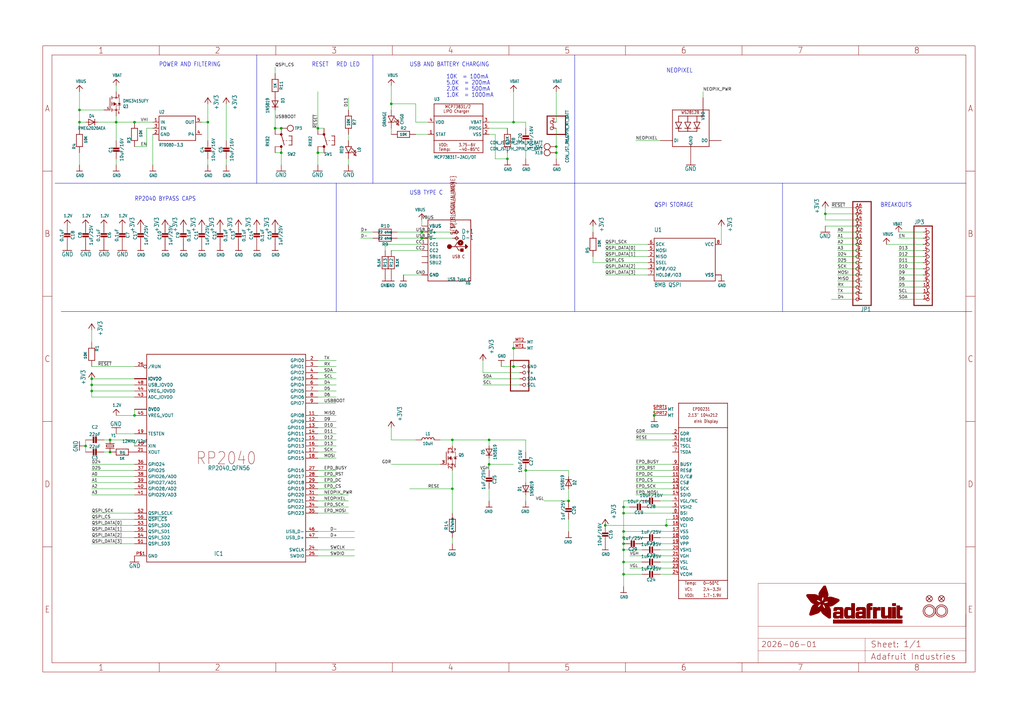
<source format=kicad_sch>
(kicad_sch (version 20230121) (generator eeschema)
  (paper "User" 425.45 298.602)
  (lib_symbols
    (symbol "working-eagle-import:+3V3" (power)
      (property "Value" "+3V3" (at -2.54 -5.08 90))
      (symbol "+3V3_1_0"
        (pin power_in line (at 0 -2.54 90) (length 2.54) (name "+3V3") (number "1"))
      )
    )
    (symbol "working-eagle-import:1.2V" (power)
      (property "Value" "1.2V" (at -1.524 1.016 0))
      (symbol "1.2V_1_0"
        (pin power_in line (at 0 -2.54 90) (length 2.54) (name "1.2V") (number "1"))
      )
    )
    (symbol "working-eagle-import:CAP_CERAMIC0805-NOOUTLINE"
      (property "Reference" "C" (at -2.29 1.25 90))
      (symbol "CAP_CERAMIC0805-NOOUTLINE_1_0"
        (pin passive line (at 0 5.08 270) (length 2.54) (name "1") (number "1"))
        (pin passive line (at 0 -2.54 90) (length 2.54) (name "2") (number "2"))
      )
    )
    (symbol "working-eagle-import:CAP_CERAMIC_0402NO"
      (property "Reference" "C" (at -2.29 1.25 90))
      (symbol "CAP_CERAMIC_0402NO_1_0"
        (pin passive line (at 0 5.08 270) (length 2.54) (name "1") (number "1"))
        (pin passive line (at 0 -2.54 90) (length 2.54) (name "2") (number "2"))
      )
    )
    (symbol "working-eagle-import:CON_JST_PH_2PIN_MT_BATT"
      (property "Reference" "X" (at 0 5.588 90))
      (symbol "CON_JST_PH_2PIN_MT_BATT_1_0"
        (pin passive inverted (at -2.54 2.54 0) (length 2.54) (name "1") (number "1"))
        (pin passive inverted (at -2.54 0 0) (length 2.54) (name "2") (number "2"))
      )
      (symbol "CON_JST_PH_2PIN_MT_BATT_2_0"
        (pin bidirectional line (at 0 0 90) (length 2.54) (name "P$1") (number "NC2"))
      )
      (symbol "CON_JST_PH_2PIN_MT_BATT_3_0"
        (pin bidirectional line (at 0 0 90) (length 2.54) (name "P$1") (number "NC1"))
      )
    )
    (symbol "working-eagle-import:CRYSTAL2.5X2.0"
      (property "Reference" "Y" (at -2.54 2.54 0))
      (symbol "CRYSTAL2.5X2.0_1_0"
        (pin passive line (at -2.54 0 0) (length 0) (name "1") (number "1"))
        (pin passive line (at 2.54 0 180) (length 0) (name "2") (number "3"))
      )
    )
    (symbol "working-eagle-import:DIODESOD-323F"
      (property "Reference" "D" (at -2.54 2.54 0))
      (symbol "DIODESOD-323F_1_0"
        (pin passive line (at -2.54 0 0) (length 2.54) (name "A") (number "A"))
        (pin passive line (at 2.54 0 180) (length 2.54) (name "C") (number "C"))
      )
    )
    (symbol "working-eagle-import:DIODE_SOD323MINI"
      (property "Reference" "D" (at 0 2.54 0))
      (symbol "DIODE_SOD323MINI_1_0"
        (pin passive line (at -2.54 0 0) (length 2.54) (name "A") (number "A"))
        (pin passive line (at 2.54 0 180) (length 2.54) (name "C") (number "C"))
      )
    )
    (symbol "working-eagle-import:EINK_24PIN_CONNECTOR"
      (symbol "EINK_24PIN_CONNECTOR_1_0"
        (text "0~~50°C" (at 0 -34.925 0) (effects (font (size 1.27 1.0795)) (justify left bottom)))
        (text "1.7-1.9V" (at 0 -40.005 0) (effects (font (size 1.27 1.0795)) (justify left bottom)))
        (text "2.13\" 104x212" (at -6.35 34.925 0) (effects (font (size 1.27 1.0795)) (justify left bottom)))
        (text "2.4-3.3V" (at 0 -37.465 0) (effects (font (size 1.27 1.0795)) (justify left bottom)))
        (text "eInk Display" (at -3.81 32.385 0) (effects (font (size 1.27 1.0795)) (justify left bottom)))
        (text "EPD0231" (at -4.445 37.465 0) (effects (font (size 1.27 1.0795)) (justify left bottom)))
        (text "Temp:" (at -7.62 -34.925 0) (effects (font (size 1.27 1.0795)) (justify left bottom)))
        (text "VCI:" (at -7.62 -37.465 0) (effects (font (size 1.27 1.0795)) (justify left bottom)))
        (text "VDD:" (at -7.62 -40.005 0) (effects (font (size 1.27 1.0795)) (justify left bottom)))
        (pin input line (at -12.7 12.7 0) (length 2.54) (name "RES#") (number "10"))
        (pin input line (at -12.7 10.16 0) (length 2.54) (name "D/C#") (number "11"))
        (pin input line (at -12.7 7.62 0) (length 2.54) (name "CS#") (number "12"))
        (pin bidirectional line (at -12.7 5.08 0) (length 2.54) (name "SCK") (number "13"))
        (pin bidirectional line (at -12.7 2.54 0) (length 2.54) (name "SDIO") (number "14"))
        (pin power_in line (at -12.7 -7.62 0) (length 2.54) (name "VDDIO") (number "15"))
        (pin power_in line (at -12.7 -10.16 0) (length 2.54) (name "VCI") (number "16"))
        (pin power_in line (at -12.7 -12.7 0) (length 2.54) (name "VSS") (number "17"))
        (pin passive line (at -12.7 -15.24 0) (length 2.54) (name "VDD") (number "18"))
        (pin passive line (at -12.7 -17.78 0) (length 2.54) (name "VPP") (number "19"))
        (pin output line (at -12.7 27.94 0) (length 2.54) (name "GDR") (number "2"))
        (pin passive line (at -12.7 -20.32 0) (length 2.54) (name "VSH1") (number "20"))
        (pin passive line (at -12.7 -22.86 0) (length 2.54) (name "VGH") (number "21"))
        (pin passive line (at -12.7 -25.4 0) (length 2.54) (name "VSL") (number "22"))
        (pin passive line (at -12.7 -27.94 0) (length 2.54) (name "VGL") (number "23"))
        (pin passive line (at -12.7 -30.48 0) (length 2.54) (name "VCOM") (number "24"))
        (pin input line (at -12.7 25.4 0) (length 2.54) (name "RESE") (number "3"))
        (pin bidirectional line (at -12.7 0 0) (length 2.54) (name "VGL/NC") (number "4"))
        (pin passive line (at -12.7 -2.54 0) (length 2.54) (name "VSH2") (number "5"))
        (pin output line (at -12.7 22.86 0) (length 2.54) (name "TSCL") (number "6"))
        (pin bidirectional line (at -12.7 20.32 0) (length 2.54) (name "TSDA") (number "7"))
        (pin input line (at -12.7 -5.08 0) (length 2.54) (name "BSI") (number "8"))
        (pin output line (at -12.7 15.24 0) (length 2.54) (name "BUSY") (number "9"))
      )
      (symbol "EINK_24PIN_CONNECTOR_2_0"
        (pin bidirectional line (at 0 0 0) (length 5.08) (name "MT") (number "SPRT1"))
      )
      (symbol "EINK_24PIN_CONNECTOR_3_0"
        (pin bidirectional line (at 0 0 0) (length 5.08) (name "MT") (number "SPRT2"))
      )
    )
    (symbol "working-eagle-import:FIDUCIAL_1MM")
    (symbol "working-eagle-import:FRAME_A3_ADAFRUIT"
      (symbol "FRAME_A3_ADAFRUIT_1_0"
        (text "${#}/${##}" (at 357.505 10.16 0) (effects (font (size 2.54 2.54)) (justify left bottom)))
        (text "${CURRENT_DATE}" (at 298.45 10.16 0) (effects (font (size 2.286 2.286)) (justify left bottom)))
        (text "${PROJECTNAME}" (at 298.45 15.24 0) (effects (font (size 2.54 2.54)) (justify left bottom)))
        (text "1" (at 24.2094 1.905 0) (effects (font (size 2.54 2.286))))
        (text "1" (at 24.2094 258.445 0) (effects (font (size 2.54 2.286))))
        (text "2" (at 72.6281 1.905 0) (effects (font (size 2.54 2.286))))
        (text "2" (at 72.6281 258.445 0) (effects (font (size 2.54 2.286))))
        (text "3" (at 121.0469 1.905 0) (effects (font (size 2.54 2.286))))
        (text "3" (at 121.0469 258.445 0) (effects (font (size 2.54 2.286))))
        (text "4" (at 169.4656 1.905 0) (effects (font (size 2.54 2.286))))
        (text "4" (at 169.4656 258.445 0) (effects (font (size 2.54 2.286))))
        (text "5" (at 217.8844 1.905 0) (effects (font (size 2.54 2.286))))
        (text "5" (at 217.8844 258.445 0) (effects (font (size 2.54 2.286))))
        (text "6" (at 266.3031 1.905 0) (effects (font (size 2.54 2.286))))
        (text "6" (at 266.3031 258.445 0) (effects (font (size 2.54 2.286))))
        (text "7" (at 314.7219 1.905 0) (effects (font (size 2.54 2.286))))
        (text "7" (at 314.7219 258.445 0) (effects (font (size 2.54 2.286))))
        (text "8" (at 363.1406 1.905 0) (effects (font (size 2.54 2.286))))
        (text "8" (at 363.1406 258.445 0) (effects (font (size 2.54 2.286))))
        (text "A" (at 1.905 234.315 0) (effects (font (size 2.54 2.286))))
        (text "A" (at 385.445 234.315 0) (effects (font (size 2.54 2.286))))
        (text "Adafruit Industries" (at 343.916 4.953 0) (effects (font (size 2.54 2.54)) (justify left bottom)))
        (text "B" (at 1.905 182.245 0) (effects (font (size 2.54 2.286))))
        (text "B" (at 385.445 182.245 0) (effects (font (size 2.54 2.286))))
        (text "C" (at 1.905 130.175 0) (effects (font (size 2.54 2.286))))
        (text "C" (at 385.445 130.175 0) (effects (font (size 2.54 2.286))))
        (text "D" (at 1.905 78.105 0) (effects (font (size 2.54 2.286))))
        (text "D" (at 385.445 78.105 0) (effects (font (size 2.54 2.286))))
        (text "E" (at 1.905 26.035 0) (effects (font (size 2.54 2.286))))
        (text "E" (at 385.445 26.035 0) (effects (font (size 2.54 2.286))))
        (text "Sheet:" (at 343.916 10.033 0) (effects (font (size 2.54 2.54)) (justify left bottom)))
      )
    )
    (symbol "working-eagle-import:GND" (power)
      (property "Value" "GND" (at -1.524 -2.54 0))
      (symbol "GND_1_0"
        (pin power_in line (at 0 2.54 270) (length 2.54) (name "GND") (number "1"))
      )
    )
    (symbol "working-eagle-import:HEADER-1X12"
      (property "Reference" "JP" (at -6.35 18.415 0))
      (symbol "HEADER-1X12_1_0"
        (pin passive inverted (at -2.54 15.24 0) (length 2.54) (name "1") (number "1"))
        (pin passive inverted (at -2.54 -7.62 0) (length 2.54) (name "10") (number "10"))
        (pin passive inverted (at -2.54 -10.16 0) (length 2.54) (name "11") (number "11"))
        (pin passive inverted (at -2.54 -12.7 0) (length 2.54) (name "12") (number "12"))
        (pin passive inverted (at -2.54 12.7 0) (length 2.54) (name "2") (number "2"))
        (pin passive inverted (at -2.54 10.16 0) (length 2.54) (name "3") (number "3"))
        (pin passive inverted (at -2.54 7.62 0) (length 2.54) (name "4") (number "4"))
        (pin passive inverted (at -2.54 5.08 0) (length 2.54) (name "5") (number "5"))
        (pin passive inverted (at -2.54 2.54 0) (length 2.54) (name "6") (number "6"))
        (pin passive inverted (at -2.54 0 0) (length 2.54) (name "7") (number "7"))
        (pin passive inverted (at -2.54 -2.54 0) (length 2.54) (name "8") (number "8"))
        (pin passive inverted (at -2.54 -5.08 0) (length 2.54) (name "9") (number "9"))
      )
    )
    (symbol "working-eagle-import:HEADER-1X16ROUND"
      (property "Reference" "JP" (at -6.35 20.955 0))
      (symbol "HEADER-1X16ROUND_1_0"
        (pin passive inverted (at -2.54 17.78 0) (length 2.54) (name "1") (number "1"))
        (pin passive inverted (at -2.54 -5.08 0) (length 2.54) (name "10") (number "10"))
        (pin passive inverted (at -2.54 -7.62 0) (length 2.54) (name "11") (number "11"))
        (pin passive inverted (at -2.54 -10.16 0) (length 2.54) (name "12") (number "12"))
        (pin passive inverted (at -2.54 -12.7 0) (length 2.54) (name "13") (number "13"))
        (pin passive inverted (at -2.54 -15.24 0) (length 2.54) (name "14") (number "14"))
        (pin passive inverted (at -2.54 -17.78 0) (length 2.54) (name "15") (number "15"))
        (pin passive inverted (at -2.54 -20.32 0) (length 2.54) (name "16") (number "16"))
        (pin passive inverted (at -2.54 15.24 0) (length 2.54) (name "2") (number "2"))
        (pin passive inverted (at -2.54 12.7 0) (length 2.54) (name "3") (number "3"))
        (pin passive inverted (at -2.54 10.16 0) (length 2.54) (name "4") (number "4"))
        (pin passive inverted (at -2.54 7.62 0) (length 2.54) (name "5") (number "5"))
        (pin passive inverted (at -2.54 5.08 0) (length 2.54) (name "6") (number "6"))
        (pin passive inverted (at -2.54 2.54 0) (length 2.54) (name "7") (number "7"))
        (pin passive inverted (at -2.54 0 0) (length 2.54) (name "8") (number "8"))
        (pin passive inverted (at -2.54 -2.54 0) (length 2.54) (name "9") (number "9"))
      )
    )
    (symbol "working-eagle-import:INDUCTORNR401"
      (property "Reference" "L" (at 0 2.54 0))
      (symbol "INDUCTORNR401_1_0"
        (pin passive line (at -5.08 0 0) (length 2.54) (name "1") (number "P$1"))
        (pin passive line (at 5.08 0 180) (length 2.54) (name "2") (number "P$2"))
      )
    )
    (symbol "working-eagle-import:LED0603_NOOUTLINE"
      (property "Reference" "D" (at -1.27 4.445 0))
      (symbol "LED0603_NOOUTLINE_1_0"
        (pin passive line (at -5.08 0 0) (length 2.54) (name "A") (number "A"))
        (pin passive line (at 2.54 0 180) (length 2.54) (name "C") (number "C"))
      )
    )
    (symbol "working-eagle-import:MCP73831/2"
      (property "Reference" "U" (at -10.16 11.43 0))
      (symbol "MCP73831/2_1_0"
        (text "-40-85°C" (at 0 -9.525 0) (effects (font (size 1.27 1.0795)) (justify left bottom)))
        (text "3.75-6V" (at 0 -7.62 0) (effects (font (size 1.27 1.0795)) (justify left bottom)))
        (text "LIPO Charger" (at -6.35 6.35 0) (effects (font (size 1.27 1.0795)) (justify left bottom)))
        (text "MCP73831/2" (at -5.715 8.255 0) (effects (font (size 1.27 1.0795)) (justify left bottom)))
        (text "Temp:" (at -8.255 -9.525 0) (effects (font (size 1.27 1.0795)) (justify left bottom)))
        (text "VDD:" (at -8.255 -7.62 0) (effects (font (size 1.27 1.0795)) (justify left bottom)))
        (pin output line (at -12.7 -2.54 0) (length 2.54) (name "STAT") (number "1"))
        (pin power_in line (at 12.7 -2.54 180) (length 2.54) (name "VSS") (number "2"))
        (pin power_in line (at 12.7 2.54 180) (length 2.54) (name "VBAT") (number "3"))
        (pin power_in line (at -12.7 2.54 0) (length 2.54) (name "VDD") (number "4"))
        (pin input line (at 12.7 0 180) (length 2.54) (name "PROG") (number "5"))
      )
    )
    (symbol "working-eagle-import:MOSFET-NWIDE"
      (property "Reference" "Q" (at 5.08 0.635 0))
      (symbol "MOSFET-NWIDE_1_0"
        (text "D" (at 3.175 3.175 0) (effects (font (size 0.8128 0.6908)) (justify left bottom)))
        (text "G" (at -1.27 -1.905 0) (effects (font (size 0.8128 0.6908)) (justify left bottom)))
        (text "S" (at 3.175 -3.81 0) (effects (font (size 0.8128 0.6908)) (justify left bottom)))
        (pin bidirectional line (at -2.54 -2.54 0) (length 2.54) (name "G") (number "1"))
        (pin bidirectional line (at 2.54 -5.08 90) (length 2.54) (name "S") (number "2"))
        (pin bidirectional line (at 2.54 5.08 270) (length 2.54) (name "D") (number "3"))
      )
    )
    (symbol "working-eagle-import:MOSFET-P_DFN2015"
      (property "Reference" "Q" (at 2.794 0.381 0))
      (symbol "MOSFET-P_DFN2015_1_0"
        (text "D" (at 0.635 -3.81 0) (effects (font (size 0.8128 0.6908)) (justify left bottom)))
        (text "G" (at -3.81 1.27 0) (effects (font (size 0.8128 0.6908)) (justify left bottom)))
        (text "S" (at 0.635 3.175 0) (effects (font (size 0.8128 0.6908)) (justify left bottom)))
        (pin passive line (at -5.08 2.54 0) (length 2.54) (name "G") (number "1"))
        (pin passive line (at 0 5.08 270) (length 2.54) (name "S") (number "2"))
        (pin passive line (at 0 -5.08 90) (length 2.54) (name "D") (number "3"))
      )
    )
    (symbol "working-eagle-import:MOUNTINGHOLE2.5")
    (symbol "working-eagle-import:RESISTOR_0402NO"
      (property "Reference" "R" (at 0 2.54 0))
      (symbol "RESISTOR_0402NO_1_0"
        (pin passive line (at -5.08 0 0) (length 2.54) (name "1") (number "1"))
        (pin passive line (at 5.08 0 180) (length 2.54) (name "2") (number "2"))
      )
    )
    (symbol "working-eagle-import:RESISTOR_0603_NOOUT"
      (property "Reference" "R" (at 0 2.54 0))
      (symbol "RESISTOR_0603_NOOUT_1_0"
        (pin passive line (at -5.08 0 0) (length 2.54) (name "1") (number "1"))
        (pin passive line (at 5.08 0 180) (length 2.54) (name "2") (number "2"))
      )
    )
    (symbol "working-eagle-import:RP2040_QFN56"
      (property "Reference" "IC" (at -5.08 -40.64 0))
      (symbol "RP2040_QFN56_1_0"
        (text "RP2040" (at 0 0 0) (effects (font (size 5.08 4.318))))
        (pin power_in line (at -38.1 33.02 0) (length 5.08) (name "IOVDD") (number "1"))
        (pin power_in line (at -38.1 33.02 0) (length 5.08) (name "IOVDD") (number "10"))
        (pin bidirectional line (at 38.1 17.78 180) (length 5.08) (name "GPIO8") (number "11"))
        (pin bidirectional line (at 38.1 15.24 180) (length 5.08) (name "GPIO9") (number "12"))
        (pin bidirectional line (at 38.1 12.7 180) (length 5.08) (name "GPIO10") (number "13"))
        (pin bidirectional line (at 38.1 10.16 180) (length 5.08) (name "GPIO11") (number "14"))
        (pin bidirectional line (at 38.1 7.62 180) (length 5.08) (name "GPIO12") (number "15"))
        (pin bidirectional line (at 38.1 5.08 180) (length 5.08) (name "GPIO13") (number "16"))
        (pin bidirectional line (at 38.1 2.54 180) (length 5.08) (name "GPIO14") (number "17"))
        (pin bidirectional line (at 38.1 0 180) (length 5.08) (name "GPIO15") (number "18"))
        (pin input line (at -38.1 10.16 0) (length 5.08) (name "TESTEN") (number "19"))
        (pin bidirectional line (at 38.1 40.64 180) (length 5.08) (name "GPIO0") (number "2"))
        (pin input line (at -38.1 5.08 0) (length 5.08) (name "XIN") (number "20"))
        (pin output line (at -38.1 2.54 0) (length 5.08) (name "XOUT") (number "21"))
        (pin power_in line (at -38.1 33.02 0) (length 5.08) (name "IOVDD") (number "22"))
        (pin power_in line (at -38.1 20.32 0) (length 5.08) (name "DVDD") (number "23"))
        (pin bidirectional line (at 38.1 -38.1 180) (length 5.08) (name "SWCLK") (number "24"))
        (pin bidirectional line (at 38.1 -40.64 180) (length 5.08) (name "SWDIO") (number "25"))
        (pin bidirectional inverted (at -38.1 38.1 0) (length 5.08) (name "/RUN") (number "26"))
        (pin bidirectional line (at 38.1 -5.08 180) (length 5.08) (name "GPIO16") (number "27"))
        (pin bidirectional line (at 38.1 -7.62 180) (length 5.08) (name "GPIO17") (number "28"))
        (pin bidirectional line (at 38.1 -10.16 180) (length 5.08) (name "GPIO18") (number "29"))
        (pin bidirectional line (at 38.1 38.1 180) (length 5.08) (name "GPIO1") (number "3"))
        (pin bidirectional line (at 38.1 -12.7 180) (length 5.08) (name "GPIO19") (number "30"))
        (pin bidirectional line (at 38.1 -15.24 180) (length 5.08) (name "GPIO20") (number "31"))
        (pin bidirectional line (at 38.1 -17.78 180) (length 5.08) (name "GPIO21") (number "32"))
        (pin power_in line (at -38.1 33.02 0) (length 5.08) (name "IOVDD") (number "33"))
        (pin bidirectional line (at 38.1 -20.32 180) (length 5.08) (name "GPIO22") (number "34"))
        (pin bidirectional line (at 38.1 -22.86 180) (length 5.08) (name "GPIO23") (number "35"))
        (pin bidirectional line (at -38.1 -2.54 0) (length 5.08) (name "GPIO24") (number "36"))
        (pin bidirectional line (at -38.1 -5.08 0) (length 5.08) (name "GPIO25") (number "37"))
        (pin bidirectional line (at -38.1 -7.62 0) (length 5.08) (name "GPIO26/AD0") (number "38"))
        (pin bidirectional line (at -38.1 -10.16 0) (length 5.08) (name "GPIO27/AD1") (number "39"))
        (pin bidirectional line (at 38.1 35.56 180) (length 5.08) (name "GPIO2") (number "4"))
        (pin bidirectional line (at -38.1 -12.7 0) (length 5.08) (name "GPIO28/AD2") (number "40"))
        (pin bidirectional line (at -38.1 -15.24 0) (length 5.08) (name "GPIO29/AD3") (number "41"))
        (pin power_in line (at -38.1 33.02 0) (length 5.08) (name "IOVDD") (number "42"))
        (pin power_in line (at -38.1 25.4 0) (length 5.08) (name "ADC_IOVDD") (number "43"))
        (pin power_in line (at -38.1 27.94 0) (length 5.08) (name "VREG_IOVDD") (number "44"))
        (pin power_in line (at -38.1 17.78 0) (length 5.08) (name "VREG_VOUT") (number "45"))
        (pin bidirectional line (at 38.1 -30.48 180) (length 5.08) (name "USB_D-") (number "46"))
        (pin bidirectional line (at 38.1 -33.02 180) (length 5.08) (name "USB_D+") (number "47"))
        (pin power_in line (at -38.1 30.48 0) (length 5.08) (name "USB_IOVDD") (number "48"))
        (pin power_in line (at -38.1 33.02 0) (length 5.08) (name "IOVDD") (number "49"))
        (pin bidirectional line (at 38.1 33.02 180) (length 5.08) (name "GPIO3") (number "5"))
        (pin power_in line (at -38.1 20.32 0) (length 5.08) (name "DVDD") (number "50"))
        (pin bidirectional line (at -38.1 -35.56 0) (length 5.08) (name "QSPI_SD3") (number "51"))
        (pin bidirectional line (at -38.1 -22.86 0) (length 5.08) (name "QSPI_SCLK") (number "52"))
        (pin bidirectional line (at -38.1 -27.94 0) (length 5.08) (name "QSPI_SD0") (number "53"))
        (pin bidirectional line (at -38.1 -33.02 0) (length 5.08) (name "QSPI_SD2") (number "54"))
        (pin bidirectional line (at -38.1 -30.48 0) (length 5.08) (name "QSPI_SD1") (number "55"))
        (pin bidirectional line (at -38.1 -25.4 0) (length 5.08) (name "~{QSPI_CS}") (number "56"))
        (pin bidirectional line (at 38.1 30.48 180) (length 5.08) (name "GPIO4") (number "6"))
        (pin bidirectional line (at 38.1 27.94 180) (length 5.08) (name "GPIO5") (number "7"))
        (pin bidirectional line (at 38.1 25.4 180) (length 5.08) (name "GPIO6") (number "8"))
        (pin bidirectional line (at 38.1 22.86 180) (length 5.08) (name "GPIO7") (number "9"))
        (pin power_in line (at -38.1 -40.64 0) (length 5.08) (name "GND") (number "P$1"))
      )
    )
    (symbol "working-eagle-import:SPIFLASH_8PIN_4X4"
      (property "Reference" "U" (at -12.7 12.7 0))
      (symbol "SPIFLASH_8PIN_4X4_1_0"
        (pin bidirectional line (at -15.24 0 0) (length 2.54) (name "SSEL") (number "1"))
        (pin bidirectional line (at -15.24 2.54 0) (length 2.54) (name "MISO") (number "2"))
        (pin bidirectional line (at -15.24 -2.54 0) (length 2.54) (name "WP#/IO2") (number "3"))
        (pin bidirectional line (at 15.24 -5.08 180) (length 2.54) (name "VSS") (number "4"))
        (pin bidirectional line (at -15.24 5.08 0) (length 2.54) (name "MOSI") (number "5"))
        (pin bidirectional line (at -15.24 7.62 0) (length 2.54) (name "SCK") (number "6"))
        (pin bidirectional line (at -15.24 -5.08 0) (length 2.54) (name "HOLD#/IO3") (number "7"))
        (pin bidirectional line (at 15.24 7.62 180) (length 2.54) (name "VCC") (number "8"))
        (pin bidirectional line (at 15.24 -5.08 180) (length 2.54) (name "VSS") (number "PAD"))
      )
    )
    (symbol "working-eagle-import:STEMMA_I2C_QTRA"
      (symbol "STEMMA_I2C_QTRA_1_0"
        (pin passive inverted (at 0 5.08 0) (length 2.54) (name "GND") (number "1"))
        (pin passive inverted (at 0 2.54 0) (length 2.54) (name "V+") (number "2"))
        (pin passive inverted (at 0 0 0) (length 2.54) (name "SDA") (number "3"))
        (pin passive inverted (at 0 -2.54 0) (length 2.54) (name "SCL") (number "4"))
      )
      (symbol "STEMMA_I2C_QTRA_2_0"
        (pin bidirectional line (at 0 0 0) (length 5.08) (name "MT") (number "MT1"))
      )
      (symbol "STEMMA_I2C_QTRA_3_0"
        (pin bidirectional line (at 0 0 0) (length 5.08) (name "MT") (number "MT2"))
      )
    )
    (symbol "working-eagle-import:SWITCH_TACT_SMT_RKB2"
      (property "Reference" "SW" (at -2.54 6.35 0))
      (symbol "SWITCH_TACT_SMT_RKB2_1_0"
        (pin passive line (at -5.08 0 0) (length 2.54) (name "P") (number "A"))
        (pin passive line (at -5.08 -2.54 0) (length 2.54) (name "P1") (number "A'"))
        (pin passive line (at 5.08 0 180) (length 2.54) (name "S") (number "B"))
        (pin passive line (at 5.08 -2.54 180) (length 2.54) (name "S1") (number "B'"))
      )
    )
    (symbol "working-eagle-import:TESTPOINTROUND1.5MMNO"
      (property "Reference" "TP" (at 0 5.588 90))
      (symbol "TESTPOINTROUND1.5MMNO_1_0"
        (pin bidirectional line (at 0 0 90) (length 2.54) (name "P$1") (number "P$1"))
      )
    )
    (symbol "working-eagle-import:TPB1,27"
      (property "Reference" "TP" (at -1.27 1.27 0))
      (symbol "TPB1,27_1_0"
        (text "${TP_SIGNAL_NAME}" (at 1.27 -1.27 0) (effects (font (size 1.778 1.5113)) (justify left bottom)))
        (pin input line (at 0 -2.54 90) (length 2.54) (name "TP") (number "TP"))
      )
    )
    (symbol "working-eagle-import:USB_C"
      (property "Reference" "X" (at -10.16 13.716 0))
      (symbol "USB_C_1_0"
        (text "USB C" (at -5.08 -2.54 0) (effects (font (size 1.27 1.0795))))
        (pin power_in line (at 10.16 -10.16 180) (length 2.54) (name "GND") (number "A1B12"))
        (pin power_in line (at 10.16 10.16 180) (length 2.54) (name "VBUS") (number "A4B9"))
        (pin bidirectional line (at 10.16 2.54 180) (length 2.54) (name "CC1") (number "A5"))
        (pin bidirectional line (at 10.16 7.62 180) (length 2.54) (name "D+") (number "A6"))
        (pin bidirectional line (at 10.16 5.08 180) (length 2.54) (name "D-") (number "A7"))
        (pin bidirectional line (at 10.16 -2.54 180) (length 2.54) (name "SBU1") (number "A8"))
        (pin power_in line (at 10.16 -10.16 180) (length 2.54) (name "GND") (number "B1A12"))
        (pin power_in line (at 10.16 10.16 180) (length 2.54) (name "VBUS") (number "B4A9"))
        (pin bidirectional line (at 10.16 0 180) (length 2.54) (name "CC2") (number "B5"))
        (pin bidirectional line (at 10.16 7.62 180) (length 2.54) (name "D+") (number "B6"))
        (pin bidirectional line (at 10.16 5.08 180) (length 2.54) (name "D-") (number "B7"))
        (pin bidirectional line (at 10.16 -5.08 180) (length 2.54) (name "SBU2") (number "B8"))
      )
    )
    (symbol "working-eagle-import:VBAT" (power)
      (property "Value" "VBAT" (at -1.524 1.016 0))
      (symbol "VBAT_1_0"
        (pin power_in line (at 0 -2.54 90) (length 2.54) (name "VBAT") (number "1"))
      )
    )
    (symbol "working-eagle-import:VBUS" (power)
      (property "Value" "VBUS" (at -1.524 1.016 0))
      (symbol "VBUS_1_0"
        (pin power_in line (at 0 -2.54 90) (length 2.54) (name "VBUS") (number "1"))
      )
    )
    (symbol "working-eagle-import:VREG_SOT23-5"
      (property "Reference" "U" (at -7.62 6.096 0))
      (symbol "VREG_SOT23-5_1_0"
        (pin power_in line (at -10.16 2.54 0) (length 2.54) (name "IN") (number "1"))
        (pin power_in line (at -10.16 -2.54 0) (length 2.54) (name "GND") (number "2"))
        (pin input line (at -10.16 0 0) (length 2.54) (name "EN") (number "3"))
        (pin bidirectional line (at 10.16 -2.54 180) (length 2.54) (name "P4") (number "4"))
        (pin power_in line (at 10.16 2.54 180) (length 2.54) (name "OUT") (number "5"))
      )
    )
    (symbol "working-eagle-import:WS2812B_SK6805_1515"
      (symbol "WS2812B_SK6805_1515_1_0"
        (text "WS2812B" (at -4.064 8.382 0) (effects (font (size 1.27 1.0795)) (justify left bottom)))
        (pin input line (at -12.7 -2.54 0) (length 5.08) (name "DI") (number "1"))
        (pin power_in line (at 5.08 15.24 270) (length 5.08) (name "VDD") (number "2"))
        (pin output line (at 12.7 -2.54 180) (length 5.08) (name "DO") (number "3"))
        (pin power_in line (at 0 -10.16 90) (length 5.08) (name "GND") (number "4"))
      )
    )
    (symbol "working-eagle-import:supply1_GND" (power)
      (property "Value" "supply1_GND" (at -2.54 -2.54 0))
      (symbol "supply1_GND_1_0"
        (pin power_in line (at 0 2.54 270) (length 2.54) (name "GND") (number "1"))
      )
    )
  )
  (junction (at 236.22 208.28))
  (junction (at 218.44 195.58))
  (junction (at 259.08 228.6))
  (junction (at 38.1 157.48))
  (junction (at 276.86 218.44))
  (junction (at 175.26 96.52))
  (junction (at 271.78 172.72))
  (junction (at 35.56 185.42))
  (junction (at 38.1 162.56))
  (junction (at 203.2 193.04))
  (junction (at 187.96 203.2))
  (junction (at 213.36 50.8))
  (junction (at 342.9 88.9))
  (junction (at 259.08 220.98))
  (junction (at 45.72 182.88))
  (junction (at 259.08 213.36))
  (junction (at 187.96 182.88))
  (junction (at 55.88 172.72))
  (junction (at 231.14 63.5))
  (junction (at 116.84 53.34))
  (junction (at 175.26 99.06))
  (junction (at 48.26 50.8))
  (junction (at 86.36 50.8))
  (junction (at 259.08 233.68))
  (junction (at 259.08 210.82))
  (junction (at 132.08 63.5))
  (junction (at 203.2 182.88))
  (junction (at 132.08 53.34))
  (junction (at 33.02 45.72))
  (junction (at 45.72 187.96))
  (junction (at 251.46 218.44))
  (junction (at 210.82 66.04))
  (junction (at 231.14 60.96))
  (junction (at 33.02 50.8))
  (junction (at 213.36 144.78))
  (junction (at 162.56 43.18))
  (junction (at 116.84 63.5))
  (junction (at 259.08 226.06))
  (junction (at 114.3 53.34))
  (junction (at 259.08 238.76))
  (junction (at 38.1 160.02))
  (junction (at 55.88 50.8))
  (junction (at 259.08 223.52))
  (junction (at 213.36 152.4))
  (wire (pts (xy 48.26 172.72) (xy 55.88 172.72)) (stroke (width 0.1524)))
  (wire (pts (xy 93.98 58.42) (xy 93.98 43.18)) (stroke (width 0.1524)))
  (wire (pts (xy 162.56 193.04) (xy 182.88 193.04)) (stroke (width 0.1524)))
  (wire (pts (xy 373.38 96.52) (xy 383.54 96.52)) (stroke (width 0.1524)))
  (wire (pts (xy 347.98 121.92) (xy 358.14 121.92)) (stroke (width 0.1524)))
  (polyline (pts (xy 238.76 76.2) (xy 154.94 76.2)) (stroke (width 0.1524) (type solid)))
  (polyline (pts (xy 325.12 129.54) (xy 403.86 129.54)) (stroke (width 0.1524) (type solid)))
  (polyline (pts (xy 25.4 129.54) (xy 238.76 129.54)) (stroke (width 0.1524) (type solid)))
  (polyline (pts (xy 238.76 76.2) (xy 238.76 22.86)) (stroke (width 0.1524) (type solid)))
  (wire (pts (xy 246.38 106.68) (xy 246.38 109.22)) (stroke (width 0.1524)))
  (wire (pts (xy 259.08 228.6) (xy 259.08 226.06)) (stroke (width 0.1524)))
  (wire (pts (xy 55.88 162.56) (xy 38.1 162.56)) (stroke (width 0.1524)))
  (wire (pts (xy 38.1 200.66) (xy 55.88 200.66)) (stroke (width 0.1524)))
  (wire (pts (xy 231.14 38.1) (xy 231.14 50.8)) (stroke (width 0.1524)))
  (wire (pts (xy 279.4 220.98) (xy 259.08 220.98)) (stroke (width 0.1524)))
  (wire (pts (xy 60.96 60.96) (xy 60.96 53.34)) (stroke (width 0.1524)))
  (wire (pts (xy 172.72 55.88) (xy 177.8 55.88)) (stroke (width 0.1524)))
  (wire (pts (xy 132.08 185.42) (xy 139.7 185.42)) (stroke (width 0.1524)))
  (wire (pts (xy 35.56 187.96) (xy 35.56 185.42)) (stroke (width 0.1524)))
  (wire (pts (xy 175.26 101.6) (xy 160.02 101.6)) (stroke (width 0.1524)))
  (wire (pts (xy 203.2 195.58) (xy 203.2 193.04)) (stroke (width 0.1524)))
  (wire (pts (xy 132.08 68.58) (xy 132.08 63.5)) (stroke (width 0.1524)))
  (wire (pts (xy 271.78 170.18) (xy 271.78 172.72)) (stroke (width 0.1524)))
  (wire (pts (xy 187.96 203.2) (xy 170.18 203.2)) (stroke (width 0.1524)))
  (wire (pts (xy 358.14 96.52) (xy 347.98 96.52)) (stroke (width 0.1524)))
  (wire (pts (xy 358.14 86.36) (xy 345.44 86.36)) (stroke (width 0.1524)))
  (wire (pts (xy 236.22 208.28) (xy 236.22 203.2)) (stroke (width 0.1524)))
  (wire (pts (xy 236.22 198.12) (xy 236.22 195.58)) (stroke (width 0.1524)))
  (wire (pts (xy 279.4 231.14) (xy 261.62 231.14)) (stroke (width 0.1524)))
  (wire (pts (xy 149.86 99.06) (xy 154.94 99.06)) (stroke (width 0.1524)))
  (wire (pts (xy 200.66 160.02) (xy 215.9 160.02)) (stroke (width 0.1524)))
  (wire (pts (xy 33.02 45.72) (xy 33.02 38.1)) (stroke (width 0.1524)))
  (wire (pts (xy 55.88 195.58) (xy 38.1 195.58)) (stroke (width 0.1524)))
  (wire (pts (xy 132.08 154.94) (xy 139.7 154.94)) (stroke (width 0.1524)))
  (wire (pts (xy 162.56 182.88) (xy 172.72 182.88)) (stroke (width 0.1524)))
  (wire (pts (xy 43.18 187.96) (xy 45.72 187.96)) (stroke (width 0.1524)))
  (wire (pts (xy 55.88 215.9) (xy 38.1 215.9)) (stroke (width 0.1524)))
  (wire (pts (xy 114.3 53.34) (xy 114.3 45.72)) (stroke (width 0.1524)))
  (wire (pts (xy 86.36 66.04) (xy 86.36 68.58)) (stroke (width 0.1524)))
  (wire (pts (xy 132.08 195.58) (xy 139.7 195.58)) (stroke (width 0.1524)))
  (wire (pts (xy 48.26 50.8) (xy 48.26 58.42)) (stroke (width 0.1524)))
  (wire (pts (xy 358.14 106.68) (xy 347.98 106.68)) (stroke (width 0.1524)))
  (wire (pts (xy 38.1 162.56) (xy 38.1 160.02)) (stroke (width 0.1524)))
  (wire (pts (xy 358.14 91.44) (xy 342.9 91.44)) (stroke (width 0.1524)))
  (wire (pts (xy 205.74 55.88) (xy 205.74 66.04)) (stroke (width 0.1524)))
  (wire (pts (xy 266.7 233.68) (xy 259.08 233.68)) (stroke (width 0.1524)))
  (wire (pts (xy 132.08 53.34) (xy 134.62 53.34)) (stroke (width 0.1524)))
  (wire (pts (xy 132.08 157.48) (xy 139.7 157.48)) (stroke (width 0.1524)))
  (wire (pts (xy 55.88 160.02) (xy 38.1 160.02)) (stroke (width 0.1524)))
  (wire (pts (xy 203.2 190.5) (xy 203.2 193.04)) (stroke (width 0.1524)))
  (wire (pts (xy 132.08 231.14) (xy 147.32 231.14)) (stroke (width 0.1524)))
  (wire (pts (xy 213.36 50.8) (xy 203.2 50.8)) (stroke (width 0.1524)))
  (wire (pts (xy 264.16 195.58) (xy 279.4 195.58)) (stroke (width 0.1524)))
  (wire (pts (xy 383.54 121.92) (xy 373.38 121.92)) (stroke (width 0.1524)))
  (wire (pts (xy 266.7 238.76) (xy 259.08 238.76)) (stroke (width 0.1524)))
  (wire (pts (xy 274.32 228.6) (xy 279.4 228.6)) (stroke (width 0.1524)))
  (wire (pts (xy 132.08 208.28) (xy 144.78 208.28)) (stroke (width 0.1524)))
  (wire (pts (xy 200.66 154.94) (xy 200.66 149.86)) (stroke (width 0.1524)))
  (wire (pts (xy 55.88 180.34) (xy 48.26 180.34)) (stroke (width 0.1524)))
  (wire (pts (xy 165.1 99.06) (xy 175.26 99.06)) (stroke (width 0.1524)))
  (wire (pts (xy 187.96 185.42) (xy 187.96 182.88)) (stroke (width 0.1524)))
  (wire (pts (xy 236.22 220.98) (xy 236.22 215.9)) (stroke (width 0.1524)))
  (wire (pts (xy 231.14 66.04) (xy 231.14 63.5)) (stroke (width 0.1524)))
  (wire (pts (xy 259.08 223.52) (xy 259.08 220.98)) (stroke (width 0.1524)))
  (wire (pts (xy 187.96 182.88) (xy 182.88 182.88)) (stroke (width 0.1524)))
  (wire (pts (xy 279.4 205.74) (xy 264.16 205.74)) (stroke (width 0.1524)))
  (wire (pts (xy 269.24 111.76) (xy 251.46 111.76)) (stroke (width 0.1524)))
  (wire (pts (xy 132.08 160.02) (xy 139.7 160.02)) (stroke (width 0.1524)))
  (wire (pts (xy 383.54 109.22) (xy 373.38 109.22)) (stroke (width 0.1524)))
  (wire (pts (xy 383.54 101.6) (xy 368.3 101.6)) (stroke (width 0.1524)))
  (wire (pts (xy 218.44 60.96) (xy 218.44 66.04)) (stroke (width 0.1524)))
  (wire (pts (xy 292.1 40.64) (xy 292.1 38.1)) (stroke (width 0.1524)))
  (wire (pts (xy 259.08 220.98) (xy 259.08 213.36)) (stroke (width 0.1524)))
  (wire (pts (xy 218.44 53.34) (xy 218.44 50.8)) (stroke (width 0.1524)))
  (wire (pts (xy 266.7 223.52) (xy 259.08 223.52)) (stroke (width 0.1524)))
  (wire (pts (xy 162.56 43.18) (xy 172.72 43.18)) (stroke (width 0.1524)))
  (wire (pts (xy 299.72 93.98) (xy 299.72 101.6)) (stroke (width 0.1524)))
  (wire (pts (xy 134.62 63.5) (xy 132.08 63.5)) (stroke (width 0.1524)))
  (wire (pts (xy 236.22 195.58) (xy 218.44 195.58)) (stroke (width 0.1524)))
  (wire (pts (xy 279.4 180.34) (xy 264.16 180.34)) (stroke (width 0.1524)))
  (wire (pts (xy 38.1 220.98) (xy 55.88 220.98)) (stroke (width 0.1524)))
  (wire (pts (xy 279.4 226.06) (xy 266.7 226.06)) (stroke (width 0.1524)))
  (wire (pts (xy 83.82 50.8) (xy 86.36 50.8)) (stroke (width 0.1524)))
  (wire (pts (xy 259.08 238.76) (xy 259.08 233.68)) (stroke (width 0.1524)))
  (wire (pts (xy 215.9 154.94) (xy 200.66 154.94)) (stroke (width 0.1524)))
  (wire (pts (xy 132.08 172.72) (xy 139.7 172.72)) (stroke (width 0.1524)))
  (wire (pts (xy 48.26 35.56) (xy 48.26 38.1)) (stroke (width 0.1524)))
  (wire (pts (xy 55.88 50.8) (xy 48.26 50.8)) (stroke (width 0.1524)))
  (wire (pts (xy 358.14 93.98) (xy 342.9 93.98)) (stroke (width 0.1524)))
  (wire (pts (xy 347.98 99.06) (xy 358.14 99.06)) (stroke (width 0.1524)))
  (wire (pts (xy 132.08 190.5) (xy 139.7 190.5)) (stroke (width 0.1524)))
  (polyline (pts (xy 401.32 76.2) (xy 325.12 76.2)) (stroke (width 0.1524) (type solid)))
  (wire (pts (xy 213.36 193.04) (xy 203.2 193.04)) (stroke (width 0.1524)))
  (wire (pts (xy 139.7 152.4) (xy 132.08 152.4)) (stroke (width 0.1524)))
  (wire (pts (xy 144.78 66.04) (xy 144.78 68.58)) (stroke (width 0.1524)))
  (wire (pts (xy 175.26 96.52) (xy 165.1 96.52)) (stroke (width 0.1524)))
  (wire (pts (xy 132.08 175.26) (xy 139.7 175.26)) (stroke (width 0.1524)))
  (wire (pts (xy 373.38 124.46) (xy 383.54 124.46)) (stroke (width 0.1524)))
  (wire (pts (xy 264.16 203.2) (xy 279.4 203.2)) (stroke (width 0.1524)))
  (wire (pts (xy 259.08 226.06) (xy 259.08 223.52)) (stroke (width 0.1524)))
  (wire (pts (xy 203.2 182.88) (xy 218.44 182.88)) (stroke (width 0.1524)))
  (wire (pts (xy 132.08 205.74) (xy 144.78 205.74)) (stroke (width 0.1524)))
  (wire (pts (xy 48.26 48.26) (xy 48.26 50.8)) (stroke (width 0.1524)))
  (wire (pts (xy 167.64 114.3) (xy 175.26 114.3)) (stroke (width 0.1524)))
  (wire (pts (xy 172.72 50.8) (xy 177.8 50.8)) (stroke (width 0.1524)))
  (wire (pts (xy 264.16 200.66) (xy 279.4 200.66)) (stroke (width 0.1524)))
  (wire (pts (xy 203.2 55.88) (xy 205.74 55.88)) (stroke (width 0.1524)))
  (wire (pts (xy 55.88 157.48) (xy 38.1 157.48)) (stroke (width 0.1524)))
  (wire (pts (xy 347.98 104.14) (xy 358.14 104.14)) (stroke (width 0.1524)))
  (polyline (pts (xy 325.12 76.2) (xy 238.76 76.2)) (stroke (width 0.1524) (type solid)))
  (wire (pts (xy 274.32 238.76) (xy 279.4 238.76)) (stroke (width 0.1524)))
  (wire (pts (xy 63.5 50.8) (xy 55.88 50.8)) (stroke (width 0.1524)))
  (wire (pts (xy 132.08 210.82) (xy 144.78 210.82)) (stroke (width 0.1524)))
  (wire (pts (xy 132.08 223.52) (xy 147.32 223.52)) (stroke (width 0.1524)))
  (wire (pts (xy 210.82 63.5) (xy 210.82 66.04)) (stroke (width 0.1524)))
  (wire (pts (xy 383.54 104.14) (xy 373.38 104.14)) (stroke (width 0.1524)))
  (polyline (pts (xy 154.94 76.2) (xy 139.7 76.2)) (stroke (width 0.1524) (type solid)))
  (wire (pts (xy 38.1 193.04) (xy 55.88 193.04)) (stroke (width 0.1524)))
  (wire (pts (xy 35.56 50.8) (xy 33.02 50.8)) (stroke (width 0.1524)))
  (wire (pts (xy 187.96 195.58) (xy 187.96 203.2)) (stroke (width 0.1524)))
  (wire (pts (xy 259.08 213.36) (xy 259.08 210.82)) (stroke (width 0.1524)))
  (wire (pts (xy 213.36 144.78) (xy 213.36 142.24)) (stroke (width 0.1524)))
  (wire (pts (xy 358.14 111.76) (xy 347.98 111.76)) (stroke (width 0.1524)))
  (wire (pts (xy 213.36 152.4) (xy 213.36 144.78)) (stroke (width 0.1524)))
  (wire (pts (xy 279.4 215.9) (xy 276.86 215.9)) (stroke (width 0.1524)))
  (wire (pts (xy 279.4 213.36) (xy 259.08 213.36)) (stroke (width 0.1524)))
  (wire (pts (xy 114.3 30.48) (xy 114.3 27.94)) (stroke (width 0.1524)))
  (wire (pts (xy 231.14 63.5) (xy 231.14 60.96)) (stroke (width 0.1524)))
  (wire (pts (xy 132.08 182.88) (xy 139.7 182.88)) (stroke (width 0.1524)))
  (polyline (pts (xy 325.12 129.54) (xy 325.12 76.2)) (stroke (width 0.1524) (type solid)))
  (wire (pts (xy 172.72 43.18) (xy 172.72 50.8)) (stroke (width 0.1524)))
  (wire (pts (xy 114.3 63.5) (xy 116.84 63.5)) (stroke (width 0.1524)))
  (wire (pts (xy 187.96 203.2) (xy 187.96 213.36)) (stroke (width 0.1524)))
  (wire (pts (xy 38.1 205.74) (xy 55.88 205.74)) (stroke (width 0.1524)))
  (wire (pts (xy 55.88 198.12) (xy 38.1 198.12)) (stroke (width 0.1524)))
  (polyline (pts (xy 154.94 76.2) (xy 154.94 22.86)) (stroke (width 0.1524) (type solid)))
  (wire (pts (xy 342.9 91.44) (xy 342.9 88.9)) (stroke (width 0.1524)))
  (wire (pts (xy 38.1 137.16) (xy 38.1 142.24)) (stroke (width 0.1524)))
  (wire (pts (xy 55.88 170.18) (xy 55.88 172.72)) (stroke (width 0.1524)))
  (wire (pts (xy 55.88 182.88) (xy 55.88 185.42)) (stroke (width 0.1524)))
  (wire (pts (xy 132.08 187.96) (xy 139.7 187.96)) (stroke (width 0.1524)))
  (wire (pts (xy 187.96 182.88) (xy 203.2 182.88)) (stroke (width 0.1524)))
  (wire (pts (xy 358.14 114.3) (xy 347.98 114.3)) (stroke (width 0.1524)))
  (wire (pts (xy 266.7 228.6) (xy 259.08 228.6)) (stroke (width 0.1524)))
  (wire (pts (xy 274.32 233.68) (xy 279.4 233.68)) (stroke (width 0.1524)))
  (wire (pts (xy 132.08 220.98) (xy 147.32 220.98)) (stroke (width 0.1524)))
  (wire (pts (xy 55.88 60.96) (xy 60.96 60.96)) (stroke (width 0.1524)))
  (wire (pts (xy 144.78 55.88) (xy 144.78 58.42)) (stroke (width 0.1524)))
  (wire (pts (xy 251.46 114.3) (xy 269.24 114.3)) (stroke (width 0.1524)))
  (wire (pts (xy 162.56 45.72) (xy 162.56 43.18)) (stroke (width 0.1524)))
  (wire (pts (xy 38.1 226.06) (xy 55.88 226.06)) (stroke (width 0.1524)))
  (wire (pts (xy 147.32 228.6) (xy 132.08 228.6)) (stroke (width 0.1524)))
  (wire (pts (xy 40.64 50.8) (xy 48.26 50.8)) (stroke (width 0.1524)))
  (wire (pts (xy 276.86 215.9) (xy 276.86 218.44)) (stroke (width 0.1524)))
  (wire (pts (xy 218.44 200.66) (xy 218.44 195.58)) (stroke (width 0.1524)))
  (wire (pts (xy 45.72 182.88) (xy 43.18 182.88)) (stroke (width 0.1524)))
  (polyline (pts (xy 238.76 129.54) (xy 325.12 129.54)) (stroke (width 0.1524) (type solid)))
  (wire (pts (xy 279.4 208.28) (xy 274.32 208.28)) (stroke (width 0.1524)))
  (wire (pts (xy 269.24 101.6) (xy 251.46 101.6)) (stroke (width 0.1524)))
  (wire (pts (xy 276.86 218.44) (xy 251.46 218.44)) (stroke (width 0.1524)))
  (polyline (pts (xy 139.7 76.2) (xy 106.68 76.2)) (stroke (width 0.1524) (type solid)))
  (wire (pts (xy 93.98 66.04) (xy 93.98 68.58)) (stroke (width 0.1524)))
  (wire (pts (xy 132.08 149.86) (xy 139.7 149.86)) (stroke (width 0.1524)))
  (wire (pts (xy 132.08 213.36) (xy 144.78 213.36)) (stroke (width 0.1524)))
  (polyline (pts (xy 22.86 76.2) (xy 106.68 76.2)) (stroke (width 0.1524) (type solid)))
  (wire (pts (xy 162.56 53.34) (xy 162.56 55.88)) (stroke (width 0.1524)))
  (polyline (pts (xy 106.68 76.2) (xy 106.68 22.86)) (stroke (width 0.1524) (type solid)))
  (wire (pts (xy 55.88 152.4) (xy 38.1 152.4)) (stroke (width 0.1524)))
  (wire (pts (xy 60.96 53.34) (xy 63.5 53.34)) (stroke (width 0.1524)))
  (wire (pts (xy 38.1 160.02) (xy 38.1 157.48)) (stroke (width 0.1524)))
  (wire (pts (xy 373.38 116.84) (xy 383.54 116.84)) (stroke (width 0.1524)))
  (wire (pts (xy 259.08 210.82) (xy 261.62 210.82)) (stroke (width 0.1524)))
  (wire (pts (xy 246.38 93.98) (xy 246.38 96.52)) (stroke (width 0.1524)))
  (wire (pts (xy 38.1 223.52) (xy 55.88 223.52)) (stroke (width 0.1524)))
  (wire (pts (xy 251.46 104.14) (xy 269.24 104.14)) (stroke (width 0.1524)))
  (wire (pts (xy 38.1 218.44) (xy 55.88 218.44)) (stroke (width 0.1524)))
  (wire (pts (xy 162.56 177.8) (xy 162.56 182.88)) (stroke (width 0.1524)))
  (wire (pts (xy 203.2 203.2) (xy 203.2 208.28)) (stroke (width 0.1524)))
  (wire (pts (xy 175.26 91.44) (xy 175.26 93.98)) (stroke (width 0.1524)))
  (wire (pts (xy 266.7 208.28) (xy 259.08 208.28)) (stroke (width 0.1524)))
  (wire (pts (xy 86.36 58.42) (xy 86.36 50.8)) (stroke (width 0.1524)))
  (wire (pts (xy 279.4 210.82) (xy 269.24 210.82)) (stroke (width 0.1524)))
  (wire (pts (xy 259.08 233.68) (xy 259.08 228.6)) (stroke (width 0.1524)))
  (wire (pts (xy 373.38 111.76) (xy 383.54 111.76)) (stroke (width 0.1524)))
  (wire (pts (xy 187.96 226.06) (xy 187.96 223.52)) (stroke (width 0.1524)))
  (wire (pts (xy 116.84 53.34) (xy 114.3 53.34)) (stroke (width 0.1524)))
  (wire (pts (xy 226.06 208.28) (xy 236.22 208.28)) (stroke (width 0.1524)))
  (wire (pts (xy 218.44 182.88) (xy 218.44 187.96)) (stroke (width 0.1524)))
  (polyline (pts (xy 139.7 129.54) (xy 139.7 76.2)) (stroke (width 0.1524) (type solid)))
  (wire (pts (xy 383.54 114.3) (xy 373.38 114.3)) (stroke (width 0.1524)))
  (wire (pts (xy 218.44 50.8) (xy 213.36 50.8)) (stroke (width 0.1524)))
  (wire (pts (xy 116.84 63.5) (xy 116.84 68.58)) (stroke (width 0.1524)))
  (wire (pts (xy 33.02 68.58) (xy 33.02 63.5)) (stroke (width 0.1524)))
  (polyline (pts (xy 238.76 129.54) (xy 238.76 76.2)) (stroke (width 0.1524) (type solid)))
  (wire (pts (xy 132.08 38.1) (xy 132.08 53.34)) (stroke (width 0.1524)))
  (wire (pts (xy 269.24 106.68) (xy 251.46 106.68)) (stroke (width 0.1524)))
  (wire (pts (xy 132.08 165.1) (xy 139.7 165.1)) (stroke (width 0.1524)))
  (wire (pts (xy 132.08 162.56) (xy 139.7 162.56)) (stroke (width 0.1524)))
  (wire (pts (xy 383.54 119.38) (xy 373.38 119.38)) (stroke (width 0.1524)))
  (wire (pts (xy 175.26 104.14) (xy 162.56 104.14)) (stroke (width 0.1524)))
  (wire (pts (xy 139.7 203.2) (xy 132.08 203.2)) (stroke (width 0.1524)))
  (wire (pts (xy 144.78 45.72) (xy 144.78 40.64)) (stroke (width 0.1524)))
  (wire (pts (xy 203.2 182.88) (xy 203.2 185.42)) (stroke (width 0.1524)))
  (wire (pts (xy 63.5 55.88) (xy 63.5 68.58)) (stroke (width 0.1524)))
  (wire (pts (xy 139.7 198.12) (xy 132.08 198.12)) (stroke (width 0.1524)))
  (wire (pts (xy 218.44 205.74) (xy 218.44 208.28)) (stroke (width 0.1524)))
  (wire (pts (xy 203.2 53.34) (xy 210.82 53.34)) (stroke (width 0.1524)))
  (wire (pts (xy 276.86 218.44) (xy 279.4 218.44)) (stroke (width 0.1524)))
  (wire (pts (xy 33.02 53.34) (xy 33.02 50.8)) (stroke (width 0.1524)))
  (wire (pts (xy 259.08 243.84) (xy 259.08 238.76)) (stroke (width 0.1524)))
  (wire (pts (xy 43.18 45.72) (xy 33.02 45.72)) (stroke (width 0.1524)))
  (wire (pts (xy 274.32 58.42) (xy 264.16 58.42)) (stroke (width 0.1524)))
  (wire (pts (xy 175.26 96.52) (xy 187.96 96.52)) (stroke (width 0.1524)))
  (wire (pts (xy 358.14 124.46) (xy 345.44 124.46)) (stroke (width 0.1524)))
  (wire (pts (xy 373.38 106.68) (xy 383.54 106.68)) (stroke (width 0.1524)))
  (wire (pts (xy 347.98 109.22) (xy 358.14 109.22)) (stroke (width 0.1524)))
  (wire (pts (xy 162.56 35.56) (xy 162.56 43.18)) (stroke (width 0.1524)))
  (wire (pts (xy 132.08 177.8) (xy 139.7 177.8)) (stroke (width 0.1524)))
  (wire (pts (xy 231.14 60.96) (xy 231.14 53.34)) (stroke (width 0.1524)))
  (wire (pts (xy 279.4 236.22) (xy 261.62 236.22)) (stroke (width 0.1524)))
  (wire (pts (xy 38.1 165.1) (xy 38.1 162.56)) (stroke (width 0.1524)))
  (wire (pts (xy 373.38 99.06) (xy 383.54 99.06)) (stroke (width 0.1524)))
  (wire (pts (xy 279.4 198.12) (xy 264.16 198.12)) (stroke (width 0.1524)))
  (wire (pts (xy 215.9 157.48) (xy 200.66 157.48)) (stroke (width 0.1524)))
  (wire (pts (xy 154.94 96.52) (xy 149.86 96.52)) (stroke (width 0.1524)))
  (wire (pts (xy 35.56 185.42) (xy 35.56 182.88)) (stroke (width 0.1524)))
  (wire (pts (xy 279.4 193.04) (xy 264.16 193.04)) (stroke (width 0.1524)))
  (wire (pts (xy 160.02 101.6) (xy 160.02 104.14)) (stroke (width 0.1524)))
  (wire (pts (xy 132.08 180.34) (xy 139.7 180.34)) (stroke (width 0.1524)))
  (wire (pts (xy 45.72 182.88) (xy 55.88 182.88)) (stroke (width 0.1524)))
  (wire (pts (xy 55.88 203.2) (xy 38.1 203.2)) (stroke (width 0.1524)))
  (wire (pts (xy 246.38 109.22) (xy 269.24 109.22)) (stroke (width 0.1524)))
  (wire (pts (xy 279.4 223.52) (xy 274.32 223.52)) (stroke (width 0.1524)))
  (wire (pts (xy 213.36 152.4) (xy 208.28 152.4)) (stroke (width 0.1524)))
  (wire (pts (xy 55.88 213.36) (xy 38.1 213.36)) (stroke (width 0.1524)))
  (wire (pts (xy 175.26 99.06) (xy 187.96 99.06)) (stroke (width 0.1524)))
  (wire (pts (xy 48.26 66.04) (xy 48.26 68.58)) (stroke (width 0.1524)))
  (wire (pts (xy 132.08 200.66) (xy 139.7 200.66)) (stroke (width 0.1524)))
  (wire (pts (xy 342.9 88.9) (xy 358.14 88.9)) (stroke (width 0.1524)))
  (wire (pts (xy 55.88 165.1) (xy 38.1 165.1)) (stroke (width 0.1524)))
  (wire (pts (xy 264.16 182.88) (xy 279.4 182.88)) (stroke (width 0.1524)))
  (wire (pts (xy 213.36 38.1) (xy 213.36 50.8)) (stroke (width 0.1524)))
  (wire (pts (xy 132.08 167.64) (xy 139.7 167.64)) (stroke (width 0.1524)))
  (wire (pts (xy 358.14 101.6) (xy 347.98 101.6)) (stroke (width 0.1524)))
  (wire (pts (xy 86.36 50.8) (xy 86.36 43.18)) (stroke (width 0.1524)))
  (wire (pts (xy 259.08 208.28) (xy 259.08 210.82)) (stroke (width 0.1524)))
  (wire (pts (xy 358.14 119.38) (xy 347.98 119.38)) (stroke (width 0.1524)))
  (wire (pts (xy 347.98 116.84) (xy 358.14 116.84)) (stroke (width 0.1524)))
  (wire (pts (xy 342.9 86.36) (xy 342.9 88.9)) (stroke (width 0.1524)))
  (wire (pts (xy 215.9 152.4) (xy 213.36 152.4)) (stroke (width 0.1524)))
  (wire (pts (xy 205.74 66.04) (xy 210.82 66.04)) (stroke (width 0.1524)))
  (wire (pts (xy 33.02 50.8) (xy 33.02 45.72)) (stroke (width 0.1524)))
  (text "NEOPIXEL" (at 276.86 30.48 0) (effects (font (size 1.778 1.5113)) (justify left bottom)))
  (text "5.0K  = 200mA" (at 185.42 35.56 0) (effects (font (size 1.778 1.5113)) (justify left bottom)))
  (text "10K  = 100mA" (at 185.42 33.02 0) (effects (font (size 1.778 1.5113)) (justify left bottom)))
  (text "USB TYPE C" (at 170.18 81.28 0) (effects (font (size 1.778 1.5113)) (justify left bottom)))
  (text "RP2040 BYPASS CAPS" (at 55.88 83.82 0) (effects (font (size 1.778 1.5113)) (justify left bottom)))
  (text "1.0K  = 1000mA" (at 185.42 40.64 0) (effects (font (size 1.778 1.5113)) (justify left bottom)))
  (text "QSPI STORAGE" (at 271.78 86.36 0) (effects (font (size 1.778 1.5113)) (justify left bottom)))
  (text "BREAKOUTS" (at 365.76 86.36 0) (effects (font (size 1.778 1.5113)) (justify left bottom)))
  (text "USB AND BATTERY CHARGING" (at 170.18 27.94 0) (effects (font (size 1.778 1.5113)) (justify left bottom)))
  (text "POWER AND FILTERING" (at 66.04 27.94 0) (effects (font (size 1.778 1.5113)) (justify left bottom)))
  (text "RESET" (at 129.54 27.94 0) (effects (font (size 1.778 1.5113)) (justify left bottom)))
  (text "RED LED" (at 139.7 27.94 0) (effects (font (size 1.778 1.5113)) (justify left bottom)))
  (text "2.0K  = 500mA" (at 185.42 38.1 0) (effects (font (size 1.778 1.5113)) (justify left bottom)))
  (label "QSPI_DATA[1]" (at 251.46 106.68 0) (effects (font (size 1.2446 1.2446))))
  (label "~{RESET}" (at 132.08 53.34 90) (effects (font (size 1.2446 1.2446))))
  (label "QSPI_CS" (at 251.46 109.22 0) (effects (font (size 1.2446 1.2446))))
  (label "QSPI_SCK" (at 38.1 213.36 0) (effects (font (size 1.2446 1.2446))))
  (label "VBUS" (at 175.26 91.44 0) (effects (font (size 1.2446 1.2446))))
  (label "A3" (at 347.98 104.14 0) (effects (font (size 1.2446 1.2446))))
  (label "USBBOOT" (at 114.3 49.53 0) (effects (font (size 1.2446 1.2446))))
  (label "MOSI" (at 347.98 114.3 0) (effects (font (size 1.2446 1.2446))))
  (label "D-" (at 149.86 99.06 0) (effects (font (size 1.2446 1.2446))))
  (label "SCK" (at 347.98 111.76 0) (effects (font (size 1.2446 1.2446))))
  (label "D13" (at 134.62 185.42 0) (effects (font (size 1.2446 1.2446))))
  (label "VGL" (at 226.06 208.28 180) (effects (font (size 1.2446 1.2446))))
  (label "RX" (at 347.98 119.38 0) (effects (font (size 1.2446 1.2446))))
  (label "SCL" (at 134.62 157.48 0) (effects (font (size 1.2446 1.2446))))
  (label "D10" (at 134.62 177.8 0) (effects (font (size 1.2446 1.2446))))
  (label "D11" (at 373.38 109.22 0) (effects (font (size 1.2446 1.2446))))
  (label "VGH" (at 261.62 231.14 0) (effects (font (size 1.2446 1.2446))))
  (label "A2" (at 347.98 101.6 0) (effects (font (size 1.2446 1.2446))))
  (label "D4" (at 134.62 160.02 0) (effects (font (size 1.2446 1.2446))))
  (label "USB_D-" (at 172.72 99.06 0) (effects (font (size 1.2446 1.2446))))
  (label "EPD_MOSI" (at 134.62 213.36 0) (effects (font (size 1.2446 1.2446))))
  (label "EPD_CS" (at 134.62 203.2 0) (effects (font (size 1.2446 1.2446))))
  (label "A0" (at 38.1 198.12 0) (effects (font (size 1.2446 1.2446))))
  (label "D9" (at 134.62 175.26 0) (effects (font (size 1.2446 1.2446))))
  (label "SDA" (at 200.66 157.48 0) (effects (font (size 1.2446 1.2446))))
  (label "CC1" (at 172.72 101.6 0) (effects (font (size 1.2446 1.2446))))
  (label "EPD_BUSY" (at 264.16 193.04 0) (effects (font (size 1.2446 1.2446))))
  (label "~{RESET}" (at 40.64 152.4 0) (effects (font (size 1.2446 1.2446))))
  (label "EPD_SCK" (at 134.62 210.82 0) (effects (font (size 1.2446 1.2446))))
  (label "SDA" (at 134.62 154.94 0) (effects (font (size 1.2446 1.2446))))
  (label "VGH" (at 203.2 195.58 180) (effects (font (size 1.2446 1.2446))))
  (label "EPD_SCK" (at 264.16 203.2 0) (effects (font (size 1.2446 1.2446))))
  (label "QSPI_DATA[2]" (at 38.1 223.52 0) (effects (font (size 1.2446 1.2446))))
  (label "D9" (at 373.38 114.3 0) (effects (font (size 1.2446 1.2446))))
  (label "A1" (at 38.1 200.66 0) (effects (font (size 1.2446 1.2446))))
  (label "~{RESET}" (at 345.44 86.36 0) (effects (font (size 1.2446 1.2446))))
  (label "A3" (at 38.1 205.74 0) (effects (font (size 1.2446 1.2446))))
  (label "EPD_RST" (at 134.62 198.12 0) (effects (font (size 1.2446 1.2446))))
  (label "QSPI_DATA[0]" (at 38.1 218.44 0) (effects (font (size 1.2446 1.2446))))
  (label "NEOPIX_PWR" (at 292.1 38.1 0) (effects (font (size 1.2446 1.2446))))
  (label "D24" (at 38.1 193.04 0) (effects (font (size 1.2446 1.2446))))
  (label "USB_D+" (at 172.72 96.52 0) (effects (font (size 1.2446 1.2446))))
  (label "TX" (at 347.98 121.92 0) (effects (font (size 1.2446 1.2446))))
  (label "RX" (at 134.62 152.4 0) (effects (font (size 1.2446 1.2446))))
  (label "NEOPIX_PWR" (at 134.62 205.74 0) (effects (font (size 1.2446 1.2446))))
  (label "A1" (at 347.98 99.06 0) (effects (font (size 1.2446 1.2446))))
  (label "D+" (at 137.16 223.52 0) (effects (font (size 1.2446 1.2446))))
  (label "MOSI" (at 134.62 190.5 0) (effects (font (size 1.2446 1.2446))))
  (label "SDA" (at 373.38 124.46 0) (effects (font (size 1.2446 1.2446))))
  (label "NEOPIXEL" (at 264.16 58.42 0) (effects (font (size 1.2446 1.2446))))
  (label "EPD_MOSI" (at 264.16 205.74 0) (effects (font (size 1.2446 1.2446))))
  (label "RESE" (at 177.8 203.2 0) (effects (font (size 1.2446 1.2446))))
  (label "MISO" (at 347.98 116.84 0) (effects (font (size 1.2446 1.2446))))
  (label "D11" (at 134.62 180.34 0) (effects (font (size 1.2446 1.2446))))
  (label "NEOPIXEL" (at 134.62 208.28 0) (effects (font (size 1.2446 1.2446))))
  (label "SCL" (at 200.66 160.02 0) (effects (font (size 1.2446 1.2446))))
  (label "VHI" (at 58.42 50.8 0) (effects (font (size 1.2446 1.2446))))
  (label "D25" (at 347.98 109.22 0) (effects (font (size 1.2446 1.2446))))
  (label "GDR" (at 264.16 180.34 0) (effects (font (size 1.2446 1.2446))))
  (label "USBBOOT" (at 134.62 167.64 0) (effects (font (size 1.2446 1.2446))))
  (label "D24" (at 347.98 106.68 0) (effects (font (size 1.2446 1.2446))))
  (label "GND" (at 172.72 114.3 0) (effects (font (size 1.2446 1.2446))))
  (label "D25" (at 38.1 195.58 0) (effects (font (size 1.2446 1.2446))))
  (label "D12" (at 373.38 106.68 0) (effects (font (size 1.2446 1.2446))))
  (label "D6" (at 373.38 116.84 0) (effects (font (size 1.2446 1.2446))))
  (label "D13" (at 373.38 104.14 0) (effects (font (size 1.2446 1.2446))))
  (label "D13" (at 144.78 40.64 270) (effects (font (size 1.2446 1.2446))))
  (label "GDR" (at 162.56 193.04 180) (effects (font (size 1.2446 1.2446))))
  (label "D12" (at 134.62 182.88 0) (effects (font (size 1.2446 1.2446))))
  (label "D6" (at 134.62 165.1 0) (effects (font (size 1.2446 1.2446))))
  (label "EPD_BUSY" (at 134.62 195.58 0) (effects (font (size 1.2446 1.2446))))
  (label "D-" (at 137.16 220.98 0) (effects (font (size 1.2446 1.2446))))
  (label "EPD_DC" (at 264.16 198.12 0) (effects (font (size 1.2446 1.2446))))
  (label "D+" (at 149.86 96.52 0) (effects (font (size 1.2446 1.2446))))
  (label "RESE" (at 264.16 182.88 0) (effects (font (size 1.2446 1.2446))))
  (label "EPD_RST" (at 264.16 195.58 0) (effects (font (size 1.2446 1.2446))))
  (label "D5" (at 373.38 119.38 0) (effects (font (size 1.2446 1.2446))))
  (label "SWCLK" (at 137.16 228.6 0) (effects (font (size 1.2446 1.2446))))
  (label "TX" (at 134.62 149.86 0) (effects (font (size 1.2446 1.2446))))
  (label "QSPI_CS" (at 114.3 27.94 0) (effects (font (size 1.2446 1.2446))))
  (label "EN" (at 58.42 60.96 0) (effects (font (size 1.2446 1.2446))))
  (label "QSPI_DATA[2]" (at 251.46 111.76 0) (effects (font (size 1.2446 1.2446))))
  (label "VGL" (at 261.62 236.22 0) (effects (font (size 1.2446 1.2446))))
  (label "SWDIO" (at 137.16 231.14 0) (effects (font (size 1.2446 1.2446))))
  (label "EPD_DC" (at 134.62 200.66 0) (effects (font (size 1.2446 1.2446))))
  (label "EN" (at 373.38 99.06 0) (effects (font (size 1.2446 1.2446))))
  (label "QSPI_DATA[1]" (at 38.1 220.98 0) (effects (font (size 1.2446 1.2446))))
  (label "A2" (at 38.1 203.2 0) (effects (font (size 1.2446 1.2446))))
  (label "QSPI_DATA[3]" (at 38.1 226.06 0) (effects (font (size 1.2446 1.2446))))
  (label "D4" (at 347.98 124.46 0) (effects (font (size 1.2446 1.2446))))
  (label "CC2" (at 172.72 104.14 0) (effects (font (size 1.2446 1.2446))))
  (label "A0" (at 347.98 96.52 0) (effects (font (size 1.2446 1.2446))))
  (label "SCL" (at 373.38 121.92 0) (effects (font (size 1.2446 1.2446))))
  (label "EPD_CS" (at 264.16 200.66 0) (effects (font (size 1.2446 1.2446))))
  (label "QSPI_DATA[0]" (at 251.46 104.14 0) (effects (font (size 1.2446 1.2446))))
  (label "QSPI_CS" (at 38.1 215.9 0) (effects (font (size 1.2446 1.2446))))
  (label "SCK" (at 134.62 187.96 0) (effects (font (size 1.2446 1.2446))))
  (label "MISO" (at 134.62 172.72 0) (effects (font (size 1.2446 1.2446))))
  (label "D5" (at 134.62 162.56 0) (effects (font (size 1.2446 1.2446))))
  (label "D10" (at 373.38 111.76 0) (effects (font (size 1.2446 1.2446))))
  (label "QSPI_SCK" (at 251.46 101.6 0) (effects (font (size 1.2446 1.2446))))
  (label "QSPI_DATA[3]" (at 251.46 114.3 0) (effects (font (size 1.2446 1.2446))))
  (symbol (lib_id "working-eagle-import:RESISTOR_0402NO") (at 160.02 99.06 0) (mirror y) (unit 1)
    (property "Reference" "R9" (at 160.02 101.6 0))
    (property "Value" "22 ohm" (at 160.02 99.06 0) (effects (font (size 1.016 1.016) bold)))
    (property "Footprint" "working:_0402NO" (effects hide))
  )
  (symbol (lib_id "working-eagle-import:DIODE_SOD323MINI") (at 203.2 187.96 90) (mirror x) (unit 1)
    (property "Reference" "D5" (at 200.66 187.96 0) (effects (font (size 1.27 1.0795))))
    (property "Value" "1N5819" (at 205.7 187.96 0) (effects (font (size 1.27 1.0795))))
    (property "Footprint" "working:SOD-323_MINI" (effects hide))
  )
  (symbol (lib_id "working-eagle-import:GND") (at 99.06 104.14 0) (unit 1)
    (property "Reference" "#U$23" (effects hide))
    (property "Value" "GND" (at 97.536 106.68 0) (effects (font (size 1.27 1.0795)) (justify left bottom)))
  )
  (symbol (lib_id "working-eagle-import:MOUNTINGHOLE2.5") (at 386.08 254 0) (unit 1)
    (property "Reference" "U$31" (effects hide))
    (property "Value" "MOUNTINGHOLE2.5" (effects hide))
    (property "Footprint" "working:MOUNTINGHOLE_2.5_PLATED" (effects hide))
  )
  (symbol (lib_id "working-eagle-import:RESISTOR_0402NO") (at 160.02 96.52 0) (mirror y) (unit 1)
    (property "Reference" "R10" (at 160.02 93.98 0))
    (property "Value" "22 ohm" (at 160.02 96.52 0) (effects (font (size 1.016 1.016) bold)))
    (property "Footprint" "working:_0402NO" (effects hide))
  )
  (symbol (lib_id "working-eagle-import:EINK_24PIN_CONNECTOR") (at 271.78 172.72 0) (unit 3)
    (property "Reference" "EINK2" (effects hide))
    (property "Value" "EINK_24PIN_CONNECTOR" (effects hide))
    (property "Footprint" "working:EINK_24PIN" (effects hide))
  )
  (symbol (lib_id "working-eagle-import:RESISTOR_0402NO") (at 55.88 55.88 90) (unit 1)
    (property "Reference" "R3" (at 54.3814 59.69 0) (effects (justify left bottom)))
    (property "Value" "10K" (at 59.182 57.15 0) (effects (font (size 1.016 1.016) bold) (justify left bottom)))
    (property "Footprint" "working:_0402NO" (effects hide))
  )
  (symbol (lib_id "working-eagle-import:+3V3") (at 58.42 91.44 0) (unit 1)
    (property "Reference" "#+3V9" (effects hide))
    (property "Value" "+3V3" (at 55.88 96.52 90) (effects (font (size 1.778 1.5113)) (justify left bottom)))
  )
  (symbol (lib_id "working-eagle-import:TESTPOINTROUND1.5MMNO") (at 116.84 53.34 270) (unit 1)
    (property "Reference" "TP3" (at 122.428 53.34 90) (effects (font (size 1.27 1.0795)) (justify left)))
    (property "Value" "TESTPOINTROUND1.5MMNO" (effects hide))
    (property "Footprint" "working:TESTPOINT_ROUND_1.5MM_NO" (effects hide))
  )
  (symbol (lib_id "working-eagle-import:+3V3") (at 162.56 175.26 0) (mirror y) (unit 1)
    (property "Reference" "#+3V17" (effects hide))
    (property "Value" "+3V3" (at 165.1 175.26 90) (effects (font (size 1.778 1.5113)) (justify left bottom)))
  )
  (symbol (lib_id "working-eagle-import:GND") (at 76.2 104.14 0) (unit 1)
    (property "Reference" "#U$14" (effects hide))
    (property "Value" "GND" (at 74.676 106.68 0) (effects (font (size 1.27 1.0795)) (justify left bottom)))
  )
  (symbol (lib_id "working-eagle-import:MOSFET-NWIDE") (at 185.42 190.5 0) (unit 1)
    (property "Reference" "Q5" (at 190.5 189.865 0) (effects (font (size 1.27 1.0795)) (justify left bottom)))
    (property "Value" "IRLML0100" (effects hide))
    (property "Footprint" "working:SOT23-WIDE" (effects hide))
  )
  (symbol (lib_id "working-eagle-import:+3V3") (at 38.1 134.62 0) (mirror y) (unit 1)
    (property "Reference" "#+3V3" (effects hide))
    (property "Value" "+3V3" (at 40.64 139.7 90) (effects (font (size 1.778 1.5113)) (justify left bottom)))
  )
  (symbol (lib_id "working-eagle-import:SWITCH_TACT_SMT_RKB2") (at 116.84 58.42 270) (unit 1)
    (property "Reference" "SW2" (at 119.38 64.77 90) (effects (font (size 1.27 1.0795)) (justify left bottom)))
    (property "Value" "RKB2" (at 110.49 56.515 0) (effects (font (size 1.27 1.0795)) (justify left bottom)))
    (property "Footprint" "working:BTN_RKB2_4.6X2.8" (effects hide))
  )
  (symbol (lib_id "working-eagle-import:VBUS") (at 33.02 35.56 0) (unit 1)
    (property "Reference" "#U$15" (effects hide))
    (property "Value" "VBUS" (at 31.496 34.544 0) (effects (font (size 1.27 1.0795)) (justify left bottom)))
  )
  (symbol (lib_id "working-eagle-import:GND") (at 68.58 104.14 0) (unit 1)
    (property "Reference" "#U$10" (effects hide))
    (property "Value" "GND" (at 67.056 106.68 0) (effects (font (size 1.27 1.0795)) (justify left bottom)))
  )
  (symbol (lib_id "working-eagle-import:HEADER-1X12") (at 386.08 111.76 0) (unit 1)
    (property "Reference" "JP3" (at 379.73 93.345 0) (effects (font (size 1.778 1.5113)) (justify left bottom)))
    (property "Value" "HEADER-1X12" (effects hide))
    (property "Footprint" "working:1X12_ROUND" (effects hide))
  )
  (symbol (lib_id "working-eagle-import:supply1_GND") (at 144.78 71.12 0) (mirror y) (unit 1)
    (property "Reference" "#GND10" (effects hide))
    (property "Value" "GND" (at 147.32 73.66 0) (effects (font (size 1.778 1.5113)) (justify left bottom)))
  )
  (symbol (lib_id "working-eagle-import:+3V3") (at 68.58 91.44 0) (unit 1)
    (property "Reference" "#+3V10" (effects hide))
    (property "Value" "+3V3" (at 66.04 96.52 90) (effects (font (size 1.778 1.5113)) (justify left bottom)))
  )
  (symbol (lib_id "working-eagle-import:SPIFLASH_8PIN_4X4") (at 284.48 109.22 0) (unit 1)
    (property "Reference" "U1" (at 271.78 96.52 0) (effects (font (size 1.778 1.5113)) (justify left bottom)))
    (property "Value" "8MB QSPI" (at 271.78 119.38 0) (effects (font (size 1.778 1.5113)) (justify left bottom)))
    (property "Footprint" "working:USON8_4X4" (effects hide))
  )
  (symbol (lib_id "working-eagle-import:SWITCH_TACT_SMT_RKB2") (at 134.62 58.42 270) (unit 1)
    (property "Reference" "SW1" (at 134.62 64.77 90) (effects (font (size 1.27 1.0795)) (justify left bottom)))
    (property "Value" "RKB2" (at 128.27 56.515 0) (effects (font (size 1.27 1.0795)) (justify left bottom)))
    (property "Footprint" "working:BTN_RKB2_4.6X2.8" (effects hide))
  )
  (symbol (lib_id "working-eagle-import:CAP_CERAMIC0805-NOOUTLINE") (at 93.98 63.5 0) (unit 1)
    (property "Reference" "C5" (at 91.69 62.25 90))
    (property "Value" "10uF/16V" (at 96.28 62.25 90))
    (property "Footprint" "working:0805-NO" (effects hide))
  )
  (symbol (lib_id "working-eagle-import:CAP_CERAMIC_0402NO") (at 236.22 213.36 0) (mirror y) (unit 1)
    (property "Reference" "C26" (at 238.51 212.11 90))
    (property "Value" "1uF/25V" (at 233.92 212.11 90))
    (property "Footprint" "working:_0402NO" (effects hide))
  )
  (symbol (lib_id "working-eagle-import:CON_JST_PH_2PIN_MT_BATT") (at 231.14 60.96 90) (unit 3)
    (property "Reference" "X1" (at 225.552 60.96 90) (effects (font (size 1.27 1.0795)) (justify left)))
    (property "Value" "CON_JST_PH_2PIN_MT_BATT" (at 225.552 59.309 90) (effects (font (size 1.27 1.0795)) (justify left)))
    (property "Footprint" "working:JSTPH2_BATT" (effects hide))
  )
  (symbol (lib_id "working-eagle-import:supply1_GND") (at 287.02 68.58 0) (unit 1)
    (property "Reference" "#GND15" (effects hide))
    (property "Value" "GND" (at 284.48 71.12 0) (effects (font (size 1.778 1.5113)) (justify left bottom)))
  )
  (symbol (lib_id "working-eagle-import:+3V3") (at 99.06 91.44 0) (unit 1)
    (property "Reference" "#+3V14" (effects hide))
    (property "Value" "+3V3" (at 96.52 96.52 90) (effects (font (size 1.778 1.5113)) (justify left bottom)))
  )
  (symbol (lib_id "working-eagle-import:supply1_GND") (at 50.8 104.14 0) (mirror y) (unit 1)
    (property "Reference" "#GND6" (effects hide))
    (property "Value" "GND" (at 53.34 106.68 0) (effects (font (size 1.778 1.5113)) (justify left bottom)))
  )
  (symbol (lib_id "working-eagle-import:GND") (at 251.46 228.6 0) (unit 1)
    (property "Reference" "#U$43" (effects hide))
    (property "Value" "GND" (at 249.936 231.14 0) (effects (font (size 1.27 1.0795)) (justify left bottom)))
  )
  (symbol (lib_id "working-eagle-import:CAP_CERAMIC_0402NO") (at 203.2 200.66 0) (mirror y) (unit 1)
    (property "Reference" "C25" (at 205.49 199.41 90))
    (property "Value" "1uF/25V" (at 200.9 199.41 90))
    (property "Footprint" "working:_0402NO" (effects hide))
  )
  (symbol (lib_id "working-eagle-import:RESISTOR_0402NO") (at 50.8 187.96 0) (unit 1)
    (property "Reference" "R6" (at 49.53 189.0014 0) (effects (justify left bottom)))
    (property "Value" "1K" (at 49.53 191.262 0) (effects (font (size 1.016 1.016) bold) (justify left bottom)))
    (property "Footprint" "working:_0402NO" (effects hide))
  )
  (symbol (lib_id "working-eagle-import:1.2V") (at 48.26 170.18 0) (unit 1)
    (property "Reference" "#U$4" (effects hide))
    (property "Value" "1.2V" (at 46.736 169.164 0) (effects (font (size 1.27 1.0795)) (justify left bottom)))
  )
  (symbol (lib_id "working-eagle-import:GND") (at 299.72 116.84 0) (unit 1)
    (property "Reference" "#U$26" (effects hide))
    (property "Value" "GND" (at 298.196 119.38 0) (effects (font (size 1.27 1.0795)) (justify left bottom)))
  )
  (symbol (lib_id "working-eagle-import:CON_JST_PH_2PIN_MT_BATT") (at 231.14 63.5 90) (unit 2)
    (property "Reference" "X1" (at 225.552 63.5 90) (effects (font (size 1.27 1.0795)) (justify left)))
    (property "Value" "CON_JST_PH_2PIN_MT_BATT" (at 225.552 61.849 90) (effects (font (size 1.27 1.0795)) (justify left)))
    (property "Footprint" "working:JSTPH2_BATT" (effects hide))
  )
  (symbol (lib_id "working-eagle-import:TPB1,27") (at 190.5 99.06 270) (mirror x) (unit 1)
    (property "Reference" "D-1" (at 191.77 97.79 90) (effects (font (size 1.778 1.5113)) (justify left bottom)))
    (property "Value" "TPB1,27" (effects hide))
    (property "Footprint" "working:B1,27" (effects hide))
  )
  (symbol (lib_id "working-eagle-import:supply1_GND") (at 132.08 71.12 0) (unit 1)
    (property "Reference" "#GND7" (effects hide))
    (property "Value" "GND" (at 129.54 73.66 0) (effects (font (size 1.778 1.5113)) (justify left bottom)))
  )
  (symbol (lib_id "working-eagle-import:GND") (at 218.44 68.58 0) (unit 1)
    (property "Reference" "#U$33" (effects hide))
    (property "Value" "GND" (at 216.916 71.12 0) (effects (font (size 1.27 1.0795)) (justify left bottom)))
  )
  (symbol (lib_id "working-eagle-import:+3V3") (at 93.98 40.64 0) (mirror y) (unit 1)
    (property "Reference" "#+3V2" (effects hide))
    (property "Value" "+3V3" (at 96.52 45.72 90) (effects (font (size 1.778 1.5113)) (justify left bottom)))
  )
  (symbol (lib_id "working-eagle-import:CRYSTAL2.5X2.0") (at 45.72 185.42 90) (unit 1)
    (property "Reference" "Y1" (at 48.26 180.34 90) (effects (font (size 1.27 1.0795)) (justify left bottom)))
    (property "Value" "12MHz/12pF" (at 50.8 184.15 90) (effects (font (size 1.27 1.0795)) (justify right top)))
    (property "Footprint" "working:CRYSTAL_2.5X2" (effects hide))
  )
  (symbol (lib_id "working-eagle-import:GND") (at 114.3 104.14 0) (unit 1)
    (property "Reference" "#U$40" (effects hide))
    (property "Value" "GND" (at 112.776 106.68 0) (effects (font (size 1.27 1.0795)) (justify left bottom)))
  )
  (symbol (lib_id "working-eagle-import:FRAME_A3_ADAFRUIT") (at 17.78 279.4 0) (unit 1)
    (property "Reference" "#U$9" (effects hide))
    (property "Value" "FRAME_A3_ADAFRUIT" (effects hide))
  )
  (symbol (lib_id "working-eagle-import:CAP_CERAMIC0805-NOOUTLINE") (at 271.78 208.28 90) (unit 1)
    (property "Reference" "C28" (at 270.53 210.57 90))
    (property "Value" "10uF/16V" (at 270.53 205.98 90))
    (property "Footprint" "working:0805-NO" (effects hide))
  )
  (symbol (lib_id "working-eagle-import:RESISTOR_0402NO") (at 160.02 109.22 270) (mirror x) (unit 1)
    (property "Reference" "R13" (at 160.02 109.22 0))
    (property "Value" "5.1K" (at 157.48 109.22 0) (effects (font (size 1.016 1.016) bold)))
    (property "Footprint" "working:_0402NO" (effects hide))
  )
  (symbol (lib_id "working-eagle-import:LED0603_NOOUTLINE") (at 162.56 50.8 270) (unit 1)
    (property "Reference" "CHG0" (at 167.005 49.53 0) (effects (font (size 1.27 1.0795))))
    (property "Value" "ORANGE" (at 159.766 49.53 0) (effects (font (size 1.27 1.0795))))
    (property "Footprint" "working:CHIPLED_0603_NOOUTLINE" (effects hide))
  )
  (symbol (lib_id "working-eagle-import:CON_JST_PH_2PIN_MT_BATT") (at 228.6 50.8 180) (unit 1)
    (property "Reference" "X1" (at 234.95 56.515 90) (effects (font (size 1.27 1.0795)) (justify left bottom)))
    (property "Value" "CON_JST_PH_2PIN_MT_BATT" (at 234.95 45.72 90) (effects (font (size 1.27 1.0795)) (justify left bottom)))
    (property "Footprint" "working:JSTPH2_BATT" (effects hide))
  )
  (symbol (lib_id "working-eagle-import:VBAT") (at 373.38 93.98 0) (unit 1)
    (property "Reference" "#U$20" (effects hide))
    (property "Value" "VBAT" (at 374.904 92.456 0) (effects (font (size 1.27 1.0795)) (justify right top)))
  )
  (symbol (lib_id "working-eagle-import:CAP_CERAMIC_0402NO") (at 58.42 99.06 0) (unit 1)
    (property "Reference" "C17" (at 56.13 97.81 90))
    (property "Value" "1uF/25V" (at 60.72 97.81 90))
    (property "Footprint" "working:_0402NO" (effects hide))
  )
  (symbol (lib_id "working-eagle-import:HEADER-1X16ROUND") (at 355.6 106.68 180) (unit 1)
    (property "Reference" "JP1" (at 361.95 127.635 0) (effects (font (size 1.778 1.5113)) (justify left bottom)))
    (property "Value" "HEADER-1X16ROUND" (effects hide))
    (property "Footprint" "working:1X16_ROUND" (effects hide))
  )
  (symbol (lib_id "working-eagle-import:CAP_CERAMIC0805-NOOUTLINE") (at 218.44 58.42 0) (unit 1)
    (property "Reference" "C20" (at 216.15 57.17 90))
    (property "Value" "10uF/16V" (at 220.74 57.17 90))
    (property "Footprint" "working:0805-NO" (effects hide))
  )
  (symbol (lib_id "working-eagle-import:RESISTOR_0402NO") (at 33.02 58.42 90) (unit 1)
    (property "Reference" "R4" (at 31.5214 62.23 0) (effects (justify left bottom)))
    (property "Value" "10K" (at 36.322 59.69 0) (effects (font (size 1.016 1.016) bold) (justify left bottom)))
    (property "Footprint" "working:_0402NO" (effects hide))
  )
  (symbol (lib_id "working-eagle-import:MCP73831/2") (at 190.5 53.34 0) (unit 1)
    (property "Reference" "U3" (at 180.34 41.91 0) (effects (font (size 1.27 1.0795)) (justify left bottom)))
    (property "Value" "MCP73831T-2ACI/OT" (at 180.34 66.04 0) (effects (font (size 1.27 1.0795)) (justify left bottom)))
    (property "Footprint" "working:SOT23-5" (effects hide))
  )
  (symbol (lib_id "working-eagle-import:CAP_CERAMIC_0402NO") (at 99.06 99.06 0) (unit 1)
    (property "Reference" "C13" (at 96.77 97.81 90))
    (property "Value" "0.1uF" (at 101.36 97.81 90))
    (property "Footprint" "working:_0402NO" (effects hide))
  )
  (symbol (lib_id "working-eagle-import:CAP_CERAMIC0805-NOOUTLINE") (at 48.26 63.5 0) (unit 1)
    (property "Reference" "C1" (at 45.97 62.25 90))
    (property "Value" "10uF/16V" (at 50.56 62.25 90))
    (property "Footprint" "working:0805-NO" (effects hide))
  )
  (symbol (lib_id "working-eagle-import:GND") (at 187.96 228.6 0) (mirror y) (unit 1)
    (property "Reference" "#U$51" (effects hide))
    (property "Value" "GND" (at 189.484 231.14 0) (effects (font (size 1.27 1.0795)) (justify left bottom)))
  )
  (symbol (lib_id "working-eagle-import:supply1_GND") (at 55.88 233.68 0) (mirror y) (unit 1)
    (property "Reference" "#GND2" (effects hide))
    (property "Value" "GND" (at 58.42 236.22 0) (effects (font (size 1.778 1.5113)) (justify left bottom)))
  )
  (symbol (lib_id "working-eagle-import:GND") (at 91.44 104.14 0) (unit 1)
    (property "Reference" "#U$21" (effects hide))
    (property "Value" "GND" (at 89.916 106.68 0) (effects (font (size 1.27 1.0795)) (justify left bottom)))
  )
  (symbol (lib_id "working-eagle-import:VBUS") (at 368.3 99.06 0) (unit 1)
    (property "Reference" "#U$19" (effects hide))
    (property "Value" "VBUS" (at 366.776 98.044 0) (effects (font (size 1.27 1.0795)) (justify left bottom)))
  )
  (symbol (lib_id "working-eagle-import:MOSFET-P_DFN2015") (at 48.26 43.18 0) (mirror x) (unit 1)
    (property "Reference" "Q3" (at 51.054 43.561 0) (effects (font (size 1.27 1.0795)) (justify left bottom)))
    (property "Value" "DMG3415UFY" (at 51.054 41.275 0) (effects (font (size 1.27 1.0795)) (justify left bottom)))
    (property "Footprint" "working:DFN2015-3" (effects hide))
  )
  (symbol (lib_id "working-eagle-import:VBAT") (at 231.14 35.56 0) (unit 1)
    (property "Reference" "#U$16" (effects hide))
    (property "Value" "VBAT" (at 229.616 34.544 0) (effects (font (size 1.27 1.0795)) (justify left bottom)))
  )
  (symbol (lib_id "working-eagle-import:RESISTOR_0603_NOOUT") (at 187.96 218.44 90) (mirror x) (unit 1)
    (property "Reference" "R14" (at 185.42 218.44 0))
    (property "Value" "0.47ohm" (at 187.96 218.44 0) (effects (font (size 1.016 1.016) bold)))
    (property "Footprint" "working:0603-NO" (effects hide))
  )
  (symbol (lib_id "working-eagle-import:supply1_GND") (at 48.26 177.8 0) (mirror x) (unit 1)
    (property "Reference" "#GND1" (effects hide))
    (property "Value" "GND" (at 45.72 175.26 0) (effects (font (size 1.778 1.5113)) (justify left bottom)))
  )
  (symbol (lib_id "working-eagle-import:supply1_GND") (at 43.18 104.14 0) (mirror y) (unit 1)
    (property "Reference" "#GND5" (effects hide))
    (property "Value" "GND" (at 45.72 106.68 0) (effects (font (size 1.778 1.5113)) (justify left bottom)))
  )
  (symbol (lib_id "working-eagle-import:GND") (at 218.44 210.82 0) (mirror y) (unit 1)
    (property "Reference" "#U$48" (effects hide))
    (property "Value" "GND" (at 219.964 213.36 0) (effects (font (size 1.27 1.0795)) (justify left bottom)))
  )
  (symbol (lib_id "working-eagle-import:USB_C") (at 185.42 104.14 0) (mirror y) (unit 1)
    (property "Reference" "X6" (at 195.58 118.364 0) (effects (font (size 1.27 1.0795)) (justify left bottom)))
    (property "Value" "USB Type C" (at 195.58 116.84 0) (effects (font (size 1.27 1.0795)) (justify left bottom)))
    (property "Footprint" "working:USB_C_CUSB31-CFM2AX-01-X" (effects hide))
  )
  (symbol (lib_id "working-eagle-import:CAP_CERAMIC_0402NO") (at 114.3 99.06 0) (unit 1)
    (property "Reference" "C15" (at 112.01 97.81 90))
    (property "Value" "1uF/25V" (at 116.6 97.81 90))
    (property "Footprint" "working:_0402NO" (effects hide))
  )
  (symbol (lib_id "working-eagle-import:RESISTOR_0402NO") (at 210.82 58.42 270) (unit 1)
    (property "Reference" "R8" (at 213.36 58.42 0))
    (property "Value" "5.1K" (at 210.82 58.42 0) (effects (font (size 1.016 1.016) bold)))
    (property "Footprint" "working:_0402NO" (effects hide))
  )
  (symbol (lib_id "working-eagle-import:+3V3") (at 246.38 91.44 0) (mirror y) (unit 1)
    (property "Reference" "#+3V8" (effects hide))
    (property "Value" "+3V3" (at 248.92 96.52 90) (effects (font (size 1.778 1.5113)) (justify left bottom)))
  )
  (symbol (lib_id "working-eagle-import:RESISTOR_0402NO") (at 167.64 55.88 0) (unit 1)
    (property "Reference" "R2" (at 167.64 53.34 0))
    (property "Value" "10K" (at 167.64 55.88 0) (effects (font (size 1.016 1.016) bold)))
    (property "Footprint" "working:_0402NO" (effects hide))
  )
  (symbol (lib_id "working-eagle-import:DIODE_SOD323MINI") (at 236.22 200.66 270) (mirror x) (unit 1)
    (property "Reference" "D2" (at 238.76 200.66 0) (effects (font (size 1.27 1.0795))))
    (property "Value" "1N5819" (at 233.72 200.66 0) (effects (font (size 1.27 1.0795))))
    (property "Footprint" "working:SOD-323_MINI" (effects hide))
  )
  (symbol (lib_id "working-eagle-import:GND") (at 236.22 223.52 0) (mirror y) (unit 1)
    (property "Reference" "#U$45" (effects hide))
    (property "Value" "GND" (at 237.744 226.06 0) (effects (font (size 1.27 1.0795)) (justify left bottom)))
  )
  (symbol (lib_id "working-eagle-import:GND") (at 48.26 71.12 0) (unit 1)
    (property "Reference" "#U$27" (effects hide))
    (property "Value" "GND" (at 46.736 73.66 0) (effects (font (size 1.27 1.0795)) (justify left bottom)))
  )
  (symbol (lib_id "working-eagle-import:CAP_CERAMIC0805-NOOUTLINE") (at 86.36 63.5 0) (unit 1)
    (property "Reference" "C4" (at 84.07 62.25 90))
    (property "Value" "10uF/16V" (at 88.66 62.25 90))
    (property "Footprint" "working:0805-NO" (effects hide))
    (property "REV" "A" (effects hide))
  )
  (symbol (lib_id "working-eagle-import:+3V3") (at 342.9 83.82 0) (unit 1)
    (property "Reference" "#+3V1" (effects hide))
    (property "Value" "+3V3" (at 340.36 88.9 90) (effects (font (size 1.778 1.5113)) (justify left bottom)))
  )
  (symbol (lib_id "working-eagle-import:TPB1,27") (at 190.5 96.52 270) (mirror x) (unit 1)
    (property "Reference" "D+1" (at 191.77 95.25 90) (effects (font (size 1.778 1.5113)) (justify left bottom)))
    (property "Value" "TPB1,27" (effects hide))
    (property "Footprint" "working:B1,27" (effects hide))
  )
  (symbol (lib_id "working-eagle-import:CAP_CERAMIC_0402NO") (at 271.78 238.76 90) (unit 1)
    (property "Reference" "C24" (at 270.53 241.05 90))
    (property "Value" "1uF/25V" (at 270.53 236.46 90))
    (property "Footprint" "working:_0402NO" (effects hide))
  )
  (symbol (lib_id "working-eagle-import:+3V3") (at 38.1 154.94 0) (unit 1)
    (property "Reference" "#+3V6" (effects hide))
    (property "Value" "+3V3" (at 35.56 160.02 90) (effects (font (size 1.778 1.5113)) (justify left bottom)))
  )
  (symbol (lib_id "working-eagle-import:RP2040_QFN56") (at 93.98 190.5 0) (unit 1)
    (property "Reference" "IC1" (at 88.9 231.14 0) (effects (font (size 1.778 1.5113)) (justify left bottom)))
    (property "Value" "RP2040_QFN56" (at 86.36 195.58 0) (effects (font (size 1.778 1.5113)) (justify left bottom)))
    (property "Footprint" "working:QFN56_7MM_REDUCEDEPAD" (effects hide))
  )
  (symbol (lib_id "working-eagle-import:GND") (at 231.14 68.58 0) (unit 1)
    (property "Reference" "#U$22" (effects hide))
    (property "Value" "GND" (at 229.616 71.12 0) (effects (font (size 1.27 1.0795)) (justify left bottom)))
  )
  (symbol (lib_id "working-eagle-import:1.2V") (at 43.18 91.44 0) (unit 1)
    (property "Reference" "#U$5" (effects hide))
    (property "Value" "1.2V" (at 41.656 90.424 0) (effects (font (size 1.27 1.0795)) (justify left bottom)))
  )
  (symbol (lib_id "working-eagle-import:supply1_GND") (at 33.02 185.42 270) (mirror x) (unit 1)
    (property "Reference" "#GND9" (effects hide))
    (property "Value" "GND" (at 30.48 187.96 0) (effects (font (size 1.778 1.5113)) (justify left bottom)))
  )
  (symbol (lib_id "working-eagle-import:STEMMA_I2C_QTRA") (at 215.9 157.48 0) (unit 1)
    (property "Reference" "CONN1" (effects hide))
    (property "Value" "STEMMA_I2C_QTRA" (effects hide))
    (property "Footprint" "working:JST_SH4_RA" (effects hide))
  )
  (symbol (lib_id "working-eagle-import:supply1_GND") (at 116.84 71.12 0) (unit 1)
    (property "Reference" "#GND11" (effects hide))
    (property "Value" "GND" (at 114.3 73.66 0) (effects (font (size 1.778 1.5113)) (justify left bottom)))
  )
  (symbol (lib_id "working-eagle-import:LED0603_NOOUTLINE") (at 144.78 63.5 270) (unit 1)
    (property "Reference" "L0" (at 149.225 62.23 0) (effects (font (size 1.27 1.0795))))
    (property "Value" "RED" (at 141.986 62.23 0) (effects (font (size 1.27 1.0795))))
    (property "Footprint" "working:CHIPLED_0603_NOOUTLINE" (effects hide))
  )
  (symbol (lib_id "working-eagle-import:GND") (at 162.56 116.84 0) (mirror y) (unit 1)
    (property "Reference" "#U$6" (effects hide))
    (property "Value" "GND" (at 164.084 119.38 0) (effects (font (size 1.27 1.0795)) (justify left bottom)))
  )
  (symbol (lib_id "working-eagle-import:+3V3") (at 200.66 147.32 0) (mirror y) (unit 1)
    (property "Reference" "#+3V7" (effects hide))
    (property "Value" "+3V3" (at 203.2 147.32 90) (effects (font (size 1.778 1.5113)) (justify left bottom)))
  )
  (symbol (lib_id "working-eagle-import:RESISTOR_0402NO") (at 246.38 101.6 90) (unit 1)
    (property "Reference" "R5" (at 244.8814 105.41 0) (effects (justify left bottom)))
    (property "Value" "10K" (at 249.682 102.87 0) (effects (font (size 1.016 1.016) bold) (justify left bottom)))
    (property "Footprint" "working:_0402NO" (effects hide))
  )
  (symbol (lib_id "working-eagle-import:STEMMA_I2C_QTRA") (at 213.36 142.24 0) (unit 3)
    (property "Reference" "CONN1" (effects hide))
    (property "Value" "STEMMA_I2C_QTRA" (effects hide))
    (property "Footprint" "working:JST_SH4_RA" (effects hide))
  )
  (symbol (lib_id "working-eagle-import:+3V3") (at 114.3 91.44 0) (unit 1)
    (property "Reference" "#+3V16" (effects hide))
    (property "Value" "+3V3" (at 111.76 96.52 90) (effects (font (size 1.778 1.5113)) (justify left bottom)))
  )
  (symbol (lib_id "working-eagle-import:FIDUCIAL_1MM") (at 391.16 248.92 0) (unit 1)
    (property "Reference" "U$34" (effects hide))
    (property "Value" "FIDUCIAL_1MM" (effects hide))
    (property "Footprint" "working:FIDUCIAL_1MM" (effects hide))
  )
  (symbol (lib_id "working-eagle-import:WS2812B_SK6805_1515") (at 287.02 55.88 0) (unit 1)
    (property "Reference" "LED1" (effects hide))
    (property "Value" "WS2812B_SK6805_1515" (effects hide))
    (property "Footprint" "working:SK6805_1515" (effects hide))
  )
  (symbol (lib_id "working-eagle-import:CAP_CERAMIC0805-NOOUTLINE") (at 266.7 210.82 90) (unit 1)
    (property "Reference" "C19" (at 265.45 213.11 90))
    (property "Value" "10uF/16V" (at 265.45 208.52 90))
    (property "Footprint" "working:0805-NO" (effects hide))
  )
  (symbol (lib_id "working-eagle-import:MOUNTINGHOLE2.5") (at 391.16 254 0) (unit 1)
    (property "Reference" "U$32" (effects hide))
    (property "Value" "MOUNTINGHOLE2.5" (effects hide))
    (property "Footprint" "working:MOUNTINGHOLE_2.5_PLATED" (effects hide))
  )
  (symbol (lib_id "working-eagle-import:GND") (at 93.98 71.12 0) (unit 1)
    (property "Reference" "#U$11" (effects hide))
    (property "Value" "GND" (at 92.456 73.66 0) (effects (font (size 1.27 1.0795)) (justify left bottom)))
  )
  (symbol (lib_id "working-eagle-import:STEMMA_I2C_QTRA") (at 213.36 144.78 0) (unit 2)
    (property "Reference" "CONN1" (effects hide))
    (property "Value" "STEMMA_I2C_QTRA" (effects hide))
    (property "Footprint" "working:JST_SH4_RA" (effects hide))
  )
  (symbol (lib_id "working-eagle-import:CAP_CERAMIC_0402NO") (at 271.78 228.6 90) (unit 1)
    (property "Reference" "C22" (at 270.53 230.89 90))
    (property "Value" "1uF/25V" (at 270.53 226.3 90))
    (property "Footprint" "working:_0402NO" (effects hide))
  )
  (symbol (lib_id "working-eagle-import:GND") (at 106.68 104.14 0) (unit 1)
    (property "Reference" "#U$37" (effects hide))
    (property "Value" "GND" (at 105.156 106.68 0) (effects (font (size 1.27 1.0795)) (justify left bottom)))
  )
  (symbol (lib_id "working-eagle-import:GND") (at 58.42 104.14 0) (unit 1)
    (property "Reference" "#U$1" (effects hide))
    (property "Value" "GND" (at 56.896 106.68 0) (effects (font (size 1.27 1.0795)) (justify left bottom)))
  )
  (symbol (lib_id "working-eagle-import:GND") (at 271.78 175.26 0) (unit 1)
    (property "Reference" "#U$49" (effects hide))
    (property "Value" "GND" (at 270.256 177.8 0) (effects (font (size 1.27 1.0795)) (justify left bottom)))
  )
  (symbol (lib_id "working-eagle-import:GND") (at 208.28 149.86 0) (mirror x) (unit 1)
    (property "Reference" "#U$12" (effects hide))
    (property "Value" "GND" (at 206.756 147.32 0) (effects (font (size 1.27 1.0795)) (justify left bottom)))
  )
  (symbol (lib_id "working-eagle-import:+3V3") (at 91.44 91.44 0) (unit 1)
    (property "Reference" "#+3V13" (effects hide))
    (property "Value" "+3V3" (at 88.9 96.52 90) (effects (font (size 1.778 1.5113)) (justify left bottom)))
  )
  (symbol (lib_id "working-eagle-import:CAP_CERAMIC_0402NO") (at 106.68 99.06 0) (unit 1)
    (property "Reference" "C14" (at 104.39 97.81 90))
    (property "Value" "0.1uF" (at 108.98 97.81 90))
    (property "Footprint" "working:_0402NO" (effects hide))
  )
  (symbol (lib_id "working-eagle-import:CAP_CERAMIC_0402NO") (at 271.78 223.52 90) (unit 1)
    (property "Reference" "C21" (at 270.53 225.81 90))
    (property "Value" "1uF/25V" (at 270.53 221.22 90))
    (property "Footprint" "working:_0402NO" (effects hide))
  )
  (symbol (lib_id "working-eagle-import:CAP_CERAMIC_0402NO") (at 40.64 182.88 90) (unit 1)
    (property "Reference" "C2" (at 39.39 177.55 90))
    (property "Value" "22pF" (at 39.39 180.58 90))
    (property "Footprint" "working:_0402NO" (effects hide))
  )
  (symbol (lib_id "working-eagle-import:1.2V") (at 35.56 91.44 0) (unit 1)
    (property "Reference" "#U$8" (effects hide))
    (property "Value" "1.2V" (at 34.036 90.424 0) (effects (font (size 1.27 1.0795)) (justify left bottom)))
  )
  (symbol (lib_id "working-eagle-import:CAP_CERAMIC_0402NO") (at 76.2 99.06 0) (unit 1)
    (property "Reference" "C9" (at 73.91 97.81 90))
    (property "Value" "0.1uF" (at 78.5 97.81 90))
    (property "Footprint" "working:_0402NO" (effects hide))
  )
  (symbol (lib_id "working-eagle-import:RESISTOR_0402NO") (at 162.56 109.22 270) (mirror x) (unit 1)
    (property "Reference" "R12" (at 162.56 109.22 0))
    (property "Value" "5.1K" (at 165.1 109.22 0) (effects (font (size 1.016 1.016) bold)))
    (property "Footprint" "working:_0402NO" (effects hide))
  )
  (symbol (lib_id "working-eagle-import:CAP_CERAMIC_0402NO") (at 83.82 99.06 0) (unit 1)
    (property "Reference" "C11" (at 81.53 97.81 90))
    (property "Value" "1uF/25V" (at 86.12 97.81 90))
    (property "Footprint" "working:_0402NO" (effects hide))
  )
  (symbol (lib_id "working-eagle-import:VBUS") (at 162.56 33.02 0) (unit 1)
    (property "Reference" "#U$38" (effects hide))
    (property "Value" "VBUS" (at 161.036 32.004 0) (effects (font (size 1.27 1.0795)) (justify left bottom)))
  )
  (symbol (lib_id "working-eagle-import:CAP_CERAMIC_0402NO") (at 68.58 99.06 0) (unit 1)
    (property "Reference" "C10" (at 66.29 97.81 90))
    (property "Value" "1uF/25V" (at 70.88 97.81 90))
    (property "Footprint" "working:_0402NO" (effects hide))
  )
  (symbol (lib_id "working-eagle-import:CAP_CERAMIC_0402NO") (at 264.16 226.06 90) (unit 1)
    (property "Reference" "C29" (at 262.91 228.35 90))
    (property "Value" "1uF/25V" (at 262.91 223.76 90))
    (property "Footprint" "working:_0402NO" (effects hide))
  )
  (symbol (lib_id "working-eagle-import:RESISTOR_0402NO") (at 114.3 35.56 270) (unit 1)
    (property "Reference" "R11" (at 116.84 35.56 0))
    (property "Value" "1K" (at 114.3 35.56 0) (effects (font (size 1.016 1.016) bold)))
    (property "Footprint" "working:_0402NO" (effects hide))
  )
  (symbol (lib_id "working-eagle-import:RESISTOR_0402NO") (at 144.78 50.8 270) (unit 1)
    (property "Reference" "R7" (at 147.32 50.8 0))
    (property "Value" "10K" (at 144.78 50.8 0) (effects (font (size 1.016 1.016) bold)))
    (property "Footprint" "working:_0402NO" (effects hide))
  )
  (symbol (lib_id "working-eagle-import:1.2V") (at 50.8 91.44 0) (unit 1)
    (property "Reference" "#U$7" (effects hide))
    (property "Value" "1.2V" (at 49.276 90.424 0) (effects (font (size 1.27 1.0795)) (justify left bottom)))
  )
  (symbol (lib_id "working-eagle-import:GND") (at 63.5 71.12 0) (unit 1)
    (property "Reference" "#U$30" (effects hide))
    (property "Value" "GND" (at 61.976 73.66 0) (effects (font (size 1.27 1.0795)) (justify left bottom)))
  )
  (symbol (lib_id "working-eagle-import:CAP_CERAMIC_0402NO") (at 40.64 187.96 90) (unit 1)
    (property "Reference" "C3" (at 39.39 190.25 90))
    (property "Value" "22pF" (at 39.39 185.66 90))
    (property "Footprint" "working:_0402NO" (effects hide))
  )
  (symbol (lib_id "working-eagle-import:GND") (at 160.02 116.84 0) (mirror y) (unit 1)
    (property "Reference" "#U$24" (effects hide))
    (property "Value" "GND" (at 161.544 119.38 0) (effects (font (size 1.27 1.0795)) (justify left bottom)))
  )
  (symbol (lib_id "working-eagle-import:VBAT") (at 213.36 35.56 0) (unit 1)
    (property "Reference" "#U$39" (effects hide))
    (property "Value" "VBAT" (at 211.836 34.544 0) (effects (font (size 1.27 1.0795)) (justify left bottom)))
  )
  (symbol (lib_id "working-eagle-import:VBUS") (at 175.26 88.9 0) (mirror y) (unit 1)
    (property "Reference" "#U$44" (effects hide))
    (property "Value" "VBUS" (at 176.784 87.884 0) (effects (font (size 1.27 1.0795)) (justify left bottom)))
  )
  (symbol (lib_id "working-eagle-import:+3V3") (at 106.68 91.44 0) (unit 1)
    (property "Reference" "#+3V15" (effects hide))
    (property "Value" "+3V3" (at 104.14 96.52 90) (effects (font (size 1.778 1.5113)) (justify left bottom)))
  )
  (symbol (lib_id "working-eagle-import:CAP_CERAMIC0805-NOOUTLINE") (at 251.46 220.98 180) (unit 1)
    (property "Reference" "C16" (at 253.75 222.23 90))
    (property "Value" "10uF/16V" (at 249.16 222.23 90))
    (property "Footprint" "working:0805-NO" (effects hide))
  )
  (symbol (lib_id "working-eagle-import:+3V3") (at 86.36 40.64 0) (mirror y) (unit 1)
    (property "Reference" "#+3V4" (effects hide))
    (property "Value" "+3V3" (at 88.9 45.72 90) (effects (font (size 1.778 1.5113)) (justify left bottom)))
  )
  (symbol (lib_id "working-eagle-import:INDUCTORNR401") (at 177.8 182.88 0) (mirror y) (unit 1)
    (property "Reference" "L1" (at 177.8 180.34 0) (effects (font (size 1.27 1.0795))))
    (property "Value" "10uH" (at 177.8 184.42 0) (effects (font (size 1.27 1.0795))))
    (property "Footprint" "working:INDUCTOR_4X4MM_NR401" (effects hide))
  )
  (symbol (lib_id "working-eagle-import:CAP_CERAMIC_0402NO") (at 91.44 99.06 0) (unit 1)
    (property "Reference" "C12" (at 89.15 97.81 90))
    (property "Value" "0.1uF" (at 93.74 97.81 90))
    (property "Footprint" "working:_0402NO" (effects hide))
  )
  (symbol (lib_id "working-eagle-import:CAP_CERAMIC_0402NO") (at 27.94 96.52 180) (unit 1)
    (property "Reference" "C18" (at 30.23 97.77 90))
    (property "Value" "0.1uF" (at 25.64 97.77 90))
    (property "Footprint" "working:_0402NO" (effects hide))
  )
  (symbol (lib_id "working-eagle-import:GND") (at 203.2 210.82 0) (mirror y) (unit 1)
    (property "Reference" "#U$47" (effects hide))
    (property "Value" "GND" (at 204.724 213.36 0) (effects (font (size 1.27 1.0795)) (justify left bottom)))
  )
  (symbol (lib_id "working-eagle-import:GND") (at 86.36 71.12 0) (unit 1)
    (property "Reference" "#U$29" (effects hide))
    (property "Value" "GND" (at 84.836 73.66 0) (effects (font (size 1.27 1.0795)) (justify left bottom)))
  )
  (symbol (lib_id "working-eagle-import:+3V3") (at 251.46 215.9 0) (mirror y) (unit 1)
    (property "Reference" "#+3V19" (effects hide))
    (property "Value" "+3V3" (at 254 215.9 90) (effects (font (size 1.778 1.5113)) (justify left bottom)))
  )
  (symbol (lib_id "working-eagle-import:GND") (at 167.64 116.84 0) (mirror y) (unit 1)
    (property "Reference" "#U$41" (effects hide))
    (property "Value" "GND" (at 169.164 119.38 0) (effects (font (size 1.27 1.0795)) (justify left bottom)))
  )
  (symbol (lib_id "working-eagle-import:GND") (at 33.02 71.12 0) (unit 1)
    (property "Reference" "#U$25" (effects hide))
    (property "Value" "GND" (at 31.496 73.66 0) (effects (font (size 1.27 1.0795)) (justify left bottom)))
  )
  (symbol (lib_id "working-eagle-import:DIODESOD-323F") (at 38.1 50.8 0) (unit 1)
    (property "Reference" "D4" (at 38.1 48.26 0) (effects (font (size 1.27 1.0795))))
    (property "Value" "PMEG2020AEA" (at 38.1 53.3 0) (effects (font (size 1.27 1.0795))))
    (property "Footprint" "working:SOD-323F" (effects hide))
  )
  (symbol (lib_id "working-eagle-import:GND") (at 259.08 246.38 0) (unit 1)
    (property "Reference" "#U$2" (effects hide))
    (property "Value" "GND" (at 257.556 248.92 0) (effects (font (size 1.27 1.0795)) (justify left bottom)))
  )
  (symbol (lib_id "working-eagle-import:DIODE_SOD323MINI") (at 218.44 203.2 90) (mirror x) (unit 1)
    (property "Reference" "D1" (at 215.9 203.2 0) (effects (font (size 1.27 1.0795))))
    (property "Value" "1N5819" (at 220.94 203.2 0) (effects (font (size 1.27 1.0795))))
    (property "Footprint" "working:SOD-323_MINI" (effects hide))
  )
  (symbol (lib_id "working-eagle-import:supply1_GND") (at 342.9 96.52 0) (unit 1)
    (property "Reference" "#GND4" (effects hide))
    (property "Value" "GND" (at 340.36 99.06 0) (effects (font (size 1.778 1.5113)) (justify left bottom)))
  )
  (symbol (lib_id "working-eagle-import:+3V3") (at 76.2 91.44 0) (unit 1)
    (property "Reference" "#+3V11" (effects hide))
    (property "Value" "+3V3" (at 73.66 96.52 90) (effects (font (size 1.778 1.5113)) (justify left bottom)))
  )
  (symbol (lib_id "working-eagle-import:+3V3") (at 83.82 91.44 0) (unit 1)
    (property "Reference" "#+3V12" (effects hide))
    (property "Value" "+3V3" (at 81.28 96.52 90) (effects (font (size 1.778 1.5113)) (justify left bottom)))
  )
  (symbol (lib_id "working-eagle-import:FIDUCIAL_1MM") (at 386.08 248.92 0) (unit 1)
    (property "Reference" "U$35" (effects hide))
    (property "Value" "FIDUCIAL_1MM" (effects hide))
    (property "Footprint" "working:FIDUCIAL_1MM" (effects hide))
  )
  (symbol (lib_id "working-eagle-import:GND") (at 210.82 68.58 0) (unit 1)
    (property "Reference" "#U$36" (effects hide))
    (property "Value" "GND" (at 209.296 71.12 0) (effects (font (size 1.27 1.0795)) (justify left bottom)))
  )
  (symbol (lib_id "working-eagle-import:CAP_CERAMIC_0402NO") (at 43.18 96.52 180) (unit 1)
    (property "Reference" "C6" (at 45.47 97.77 90))
    (property "Value" "0.1uF" (at 40.88 97.77 90))
    (property "Footprint" "working:_0402NO" (effects hide))
  )
  (symbol (lib_id "working-eagle-import:CAP_CERAMIC_0402NO") (at 271.78 233.68 90) (unit 1)
    (property "Reference" "C23" (at 270.53 235.97 90))
    (property "Value" "1uF/25V" (at 270.53 231.38 90))
    (property "Footprint" "working:_0402NO" (effects hide))
  )
  (symbol (lib_id "working-eagle-import:GND") (at 83.82 104.14 0) (unit 1)
    (property "Reference" "#U$18" (effects hide))
    (property "Value" "GND" (at 82.296 106.68 0) (effects (font (size 1.27 1.0795)) (justify left bottom)))
  )
  (symbol (lib_id "working-eagle-import:VREG_SOT23-5") (at 73.66 53.34 0) (unit 1)
    (property "Reference" "U2" (at 66.04 47.244 0) (effects (font (size 1.27 1.0795)) (justify left bottom)))
    (property "Value" "RT9080-3.3" (at 66.04 60.96 0) (effects (font (size 1.27 1.0795)) (justify left bottom)))
    (property "Footprint" "working:SOT23-5" (effects hide))
    (property "JLC_ROTATION" "0" (effects hide))
  )
  (symbol (lib_id "working-eagle-import:EINK_24PIN_CONNECTOR") (at 271.78 170.18 0) (unit 2)
    (property "Reference" "EINK2" (effects hide))
    (property "Value" "EINK_24PIN_CONNECTOR" (effects hide))
    (property "Footprint" "working:EINK_24PIN" (effects hide))
  )
  (symbol (lib_id "working-eagle-import:CAP_CERAMIC_0402NO") (at 50.8 96.52 180) (unit 1)
    (property "Reference" "C7" (at 53.09 97.77 90))
    (property "Value" "0.1uF" (at 48.5 97.77 90))
    (property "Footprint" "working:_0402NO" (effects hide))
  )
  (symbol (lib_id "working-eagle-import:CAP_CERAMIC_0402NO") (at 35.56 99.06 0) (unit 1)
    (property "Reference" "C8" (at 33.27 97.81 90))
    (property "Value" "1uF/25V" (at 37.86 97.81 90))
    (property "Footprint" "working:_0402NO" (effects hide))
  )
  (symbol (lib_id "working-eagle-import:supply1_GND") (at 27.94 104.14 0) (mirror y) (unit 1)
    (property "Reference" "#GND16" (effects hide))
    (property "Value" "GND" (at 30.48 106.68 0) (effects (font (size 1.778 1.5113)) (justify left bottom)))
  )
  (symbol (lib_id "working-eagle-import:supply1_GND") (at 35.56 104.14 0) (mirror y) (unit 1)
    (property "Reference" "#GND8" (effects hide))
    (property "Value" "GND" (at 38.1 106.68 0) (effects (font (size 1.778 1.5113)) (justify left bottom)))
  )
  (symbol (lib_id "working-eagle-import:+3V3") (at 299.72 91.44 0) (mirror y) (unit 1)
    (property "Reference" "#+3V5" (effects hide))
    (property "Value" "+3V3" (at 302.26 96.52 90) (effects (font (size 1.778 1.5113)) (justify left bottom)))
  )
  (symbol (lib_id "working-eagle-import:RESISTOR_0402NO") (at 38.1 147.32 270) (unit 1)
    (property "Reference" "R1" (at 39.5986 143.51 0) (effects (justify left bottom)))
    (property "Value" "10K" (at 34.798 146.05 0) (effects (font (size 1.016 1.016) bold) (justify left bottom)))
    (property "Footprint" "working:_0402NO" (effects hide))
  )
  (symbol (lib_id "working-eagle-import:EINK_24PIN_CONNECTOR") (at 292.1 208.28 0) (unit 1)
    (property "Reference" "EINK2" (effects hide))
    (property "Value" "EINK_24PIN_CONNECTOR" (effects hide))
    (property "Footprint" "working:EINK_24PIN" (effects hide))
  )
  (symbol (lib_id "working-eagle-import:CAP_CERAMIC0805-NOOUTLINE") (at 218.44 193.04 0) (mirror y) (unit 1)
    (property "Reference" "C27" (at 220.73 191.79 90))
    (property "Value" "10uF/16V" (at 216.14 191.79 90))
    (property "Footprint" "working:0805-NO" (effects hide))
  )
  (symbol (lib_id "working-eagle-import:DIODE_SOD323MINI") (at 114.3 43.18 270) (unit 1)
    (property "Reference" "D3" (at 116.84 40.64 0) (effects (font (size 1.27 1.0795)) (justify left bottom)))
    (property "Value" "1N5819" (at 110.49 40.64 0) (effects (font (size 1.27 1.0795)) (justify left bottom)))
    (property "Footprint" "working:SOD-323_MINI" (effects hide))
  )
  (symbol (lib_id "working-eagle-import:1.2V") (at 27.94 91.44 0) (unit 1)
    (property "Reference" "#U$3" (effects hide))
    (property "Value" "1.2V" (at 26.416 90.424 0) (effects (font (size 1.27 1.0795)) (justify left bottom)))
  )
  (symbol (lib_id "working-eagle-import:VBAT") (at 48.26 33.02 0) (unit 1)
    (property "Reference" "#U$17" (effects hide))
    (property "Value" "VBAT" (at 46.736 32.004 0) (effects (font (size 1.27 1.0795)) (justify left bottom)))
  )
)
</source>
